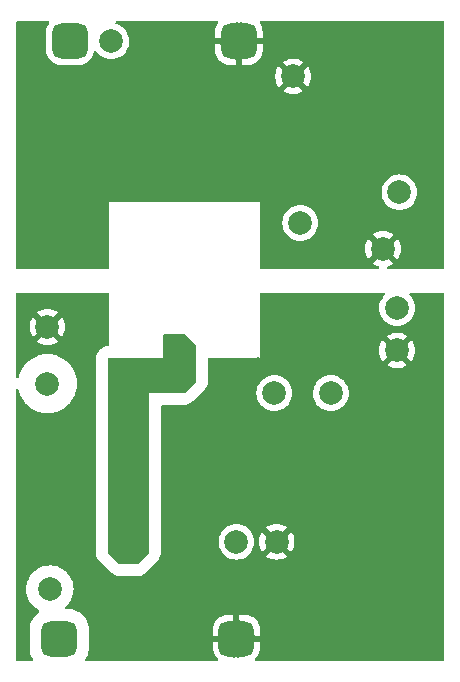
<source format=gbl>
G04 #@! TF.GenerationSoftware,KiCad,Pcbnew,6.0.1-79c1e3a40b~116~ubuntu20.04.1*
G04 #@! TF.CreationDate,2022-02-11T17:49:30+01:00*
G04 #@! TF.ProjectId,Feeder,46656564-6572-42e6-9b69-6361645f7063,rev?*
G04 #@! TF.SameCoordinates,Original*
G04 #@! TF.FileFunction,Copper,L2,Bot*
G04 #@! TF.FilePolarity,Positive*
%FSLAX46Y46*%
G04 Gerber Fmt 4.6, Leading zero omitted, Abs format (unit mm)*
G04 Created by KiCad (PCBNEW 6.0.1-79c1e3a40b~116~ubuntu20.04.1) date 2022-02-11 17:49:30*
%MOMM*%
%LPD*%
G01*
G04 APERTURE LIST*
G04 Aperture macros list*
%AMRoundRect*
0 Rectangle with rounded corners*
0 $1 Rounding radius*
0 $2 $3 $4 $5 $6 $7 $8 $9 X,Y pos of 4 corners*
0 Add a 4 corners polygon primitive as box body*
4,1,4,$2,$3,$4,$5,$6,$7,$8,$9,$2,$3,0*
0 Add four circle primitives for the rounded corners*
1,1,$1+$1,$2,$3*
1,1,$1+$1,$4,$5*
1,1,$1+$1,$6,$7*
1,1,$1+$1,$8,$9*
0 Add four rect primitives between the rounded corners*
20,1,$1+$1,$2,$3,$4,$5,0*
20,1,$1+$1,$4,$5,$6,$7,0*
20,1,$1+$1,$6,$7,$8,$9,0*
20,1,$1+$1,$8,$9,$2,$3,0*%
G04 Aperture macros list end*
G04 #@! TA.AperFunction,ComponentPad*
%ADD10C,2.000000*%
G04 #@! TD*
G04 #@! TA.AperFunction,ComponentPad*
%ADD11C,1.000000*%
G04 #@! TD*
G04 #@! TA.AperFunction,SMDPad,CuDef*
%ADD12RoundRect,0.750000X-0.750000X-0.750000X0.750000X-0.750000X0.750000X0.750000X-0.750000X0.750000X0*%
G04 #@! TD*
G04 #@! TA.AperFunction,ViaPad*
%ADD13C,0.800000*%
G04 #@! TD*
G04 APERTURE END LIST*
D10*
X56800000Y-23200000D03*
X81000000Y-49400000D03*
X79800000Y-40800000D03*
X81200000Y-36000000D03*
X81000000Y-45800000D03*
X72800000Y-38600000D03*
D11*
X52550000Y-23950000D03*
D12*
X53300000Y-23200000D03*
D11*
X52550000Y-22450000D03*
X54050000Y-22450000D03*
X54000000Y-23950000D03*
D10*
X75400000Y-53000000D03*
X67400000Y-65600000D03*
X70800000Y-65600000D03*
D12*
X52400000Y-73800000D03*
D11*
X51650000Y-73050000D03*
X51650000Y-74550000D03*
X53150000Y-73050000D03*
X53100000Y-74550000D03*
D10*
X70600000Y-53000000D03*
D11*
X68350000Y-22450000D03*
X66850000Y-23950000D03*
D12*
X67600000Y-23200000D03*
D11*
X68300000Y-23950000D03*
X66850000Y-22450000D03*
D12*
X67400000Y-73800000D03*
D11*
X66650000Y-73050000D03*
X68150000Y-73050000D03*
X68100000Y-74550000D03*
X66650000Y-74550000D03*
D10*
X51400000Y-52200000D03*
X51600000Y-69600000D03*
X72200000Y-26200000D03*
X51400000Y-47400000D03*
D13*
X69400000Y-33600000D03*
X66800000Y-33600000D03*
X68000000Y-33600000D03*
X69400000Y-35600000D03*
X61400000Y-29000000D03*
X50200000Y-25800000D03*
X50200000Y-29800000D03*
X66600000Y-69800000D03*
X68800000Y-58600000D03*
X65800000Y-70600000D03*
X69800000Y-58600000D03*
X83400000Y-55600000D03*
X83200000Y-62600000D03*
X66800000Y-58600000D03*
X64800000Y-64000000D03*
X74000000Y-63500000D03*
X81600000Y-53800000D03*
X74000000Y-48500000D03*
X81600000Y-51600000D03*
X64800000Y-62000000D03*
X73800000Y-57875011D03*
X69200000Y-51400000D03*
X83200000Y-64400000D03*
X69200000Y-50400000D03*
X76775489Y-54600000D03*
X64800000Y-63000000D03*
X78600000Y-61200000D03*
X83275489Y-61049511D03*
X65800000Y-69200000D03*
X67800000Y-58600000D03*
X83200000Y-66200000D03*
X71800000Y-47000000D03*
X62500000Y-49500000D03*
X63000000Y-48500000D03*
X57200000Y-63200000D03*
X57200000Y-64600000D03*
X63500000Y-49500000D03*
X57200000Y-61600000D03*
X76000000Y-28200000D03*
X66600000Y-29000000D03*
X64000000Y-26800000D03*
X64000000Y-31200000D03*
X80400000Y-29600000D03*
G04 #@! TA.AperFunction,Conductor*
G36*
X51499101Y-21528002D02*
G01*
X51545594Y-21581658D01*
X51555698Y-21651932D01*
X51534445Y-21705910D01*
X51497035Y-21759737D01*
X51452409Y-21823945D01*
X51358890Y-22028206D01*
X51303022Y-22245800D01*
X51302587Y-22251151D01*
X51294728Y-22347775D01*
X51291500Y-22387458D01*
X51291500Y-24012542D01*
X51291706Y-24015070D01*
X51291707Y-24015092D01*
X51296351Y-24072186D01*
X51303022Y-24154200D01*
X51358890Y-24371794D01*
X51452409Y-24576055D01*
X51580620Y-24760527D01*
X51739473Y-24919380D01*
X51923945Y-25047591D01*
X52128206Y-25141110D01*
X52133638Y-25142505D01*
X52133639Y-25142505D01*
X52338673Y-25195148D01*
X52345800Y-25196978D01*
X52399705Y-25201362D01*
X52484908Y-25208293D01*
X52484918Y-25208293D01*
X52487458Y-25208500D01*
X54112542Y-25208500D01*
X54115082Y-25208293D01*
X54115092Y-25208293D01*
X54200295Y-25201362D01*
X54254200Y-25196978D01*
X54261328Y-25195148D01*
X54466361Y-25142505D01*
X54466362Y-25142505D01*
X54471794Y-25141110D01*
X54676055Y-25047591D01*
X54860527Y-24919380D01*
X55019380Y-24760527D01*
X55147591Y-24576055D01*
X55241110Y-24371794D01*
X55296978Y-24154200D01*
X55303006Y-24080089D01*
X55328464Y-24013814D01*
X55385713Y-23971824D01*
X55456574Y-23967451D01*
X55518552Y-24002082D01*
X55536023Y-24024469D01*
X55573235Y-24085193D01*
X55573242Y-24085202D01*
X55575824Y-24089416D01*
X55730031Y-24269969D01*
X55910584Y-24424176D01*
X55914792Y-24426755D01*
X55914798Y-24426759D01*
X56108817Y-24545654D01*
X56113037Y-24548240D01*
X56117607Y-24550133D01*
X56117611Y-24550135D01*
X56327833Y-24637211D01*
X56332406Y-24639105D01*
X56412609Y-24658360D01*
X56558476Y-24693380D01*
X56558482Y-24693381D01*
X56563289Y-24694535D01*
X56800000Y-24713165D01*
X57036711Y-24694535D01*
X57041518Y-24693381D01*
X57041524Y-24693380D01*
X57187391Y-24658360D01*
X57267594Y-24639105D01*
X57272167Y-24637211D01*
X57482389Y-24550135D01*
X57482393Y-24550133D01*
X57486963Y-24548240D01*
X57491183Y-24545654D01*
X57685202Y-24426759D01*
X57685208Y-24426755D01*
X57689416Y-24424176D01*
X57869969Y-24269969D01*
X58024176Y-24089416D01*
X58026755Y-24085208D01*
X58026759Y-24085202D01*
X58072867Y-24009961D01*
X65592001Y-24009961D01*
X65592209Y-24015071D01*
X65603082Y-24148767D01*
X65604852Y-24159320D01*
X65657967Y-24366185D01*
X65661701Y-24376731D01*
X65750510Y-24570705D01*
X65756046Y-24580412D01*
X65877803Y-24755597D01*
X65884976Y-24764176D01*
X66035824Y-24915024D01*
X66044403Y-24922197D01*
X66219588Y-25043954D01*
X66229295Y-25049490D01*
X66423269Y-25138299D01*
X66433815Y-25142033D01*
X66640679Y-25195147D01*
X66651234Y-25196918D01*
X66784930Y-25207793D01*
X66790036Y-25208000D01*
X67327885Y-25208000D01*
X67343124Y-25203525D01*
X67344329Y-25202135D01*
X67346000Y-25194452D01*
X67346000Y-25189884D01*
X67854000Y-25189884D01*
X67858475Y-25205123D01*
X67859865Y-25206328D01*
X67867548Y-25207999D01*
X68409961Y-25207999D01*
X68415071Y-25207791D01*
X68548767Y-25196918D01*
X68559320Y-25195148D01*
X68766185Y-25142033D01*
X68776731Y-25138299D01*
X68970705Y-25049490D01*
X68980412Y-25043954D01*
X69089854Y-24967890D01*
X71332093Y-24967890D01*
X71335876Y-24976666D01*
X72187188Y-25827978D01*
X72201132Y-25835592D01*
X72202965Y-25835461D01*
X72209580Y-25831210D01*
X73061080Y-24979710D01*
X73067840Y-24967330D01*
X73062113Y-24959680D01*
X72890958Y-24854795D01*
X72882163Y-24850313D01*
X72672012Y-24763266D01*
X72662627Y-24760217D01*
X72441446Y-24707115D01*
X72431699Y-24705572D01*
X72204930Y-24687725D01*
X72195070Y-24687725D01*
X71968301Y-24705572D01*
X71958554Y-24707115D01*
X71737373Y-24760217D01*
X71727988Y-24763266D01*
X71517837Y-24850313D01*
X71509042Y-24854795D01*
X71341555Y-24957432D01*
X71332093Y-24967890D01*
X69089854Y-24967890D01*
X69155597Y-24922197D01*
X69164176Y-24915024D01*
X69315024Y-24764176D01*
X69322197Y-24755597D01*
X69443954Y-24580412D01*
X69449490Y-24570705D01*
X69538299Y-24376731D01*
X69542033Y-24366185D01*
X69595147Y-24159321D01*
X69596918Y-24148766D01*
X69607793Y-24015070D01*
X69608000Y-24009964D01*
X69608000Y-23472115D01*
X69603525Y-23456876D01*
X69602135Y-23455671D01*
X69594452Y-23454000D01*
X69173325Y-23454000D01*
X69147680Y-23461530D01*
X67866812Y-24742398D01*
X67854000Y-24765860D01*
X67854000Y-25189884D01*
X67346000Y-25189884D01*
X67346000Y-24823325D01*
X67338470Y-24797680D01*
X66491922Y-23951132D01*
X67214408Y-23951132D01*
X67214539Y-23952965D01*
X67218790Y-23959580D01*
X67333188Y-24073978D01*
X67343277Y-24079487D01*
X67346000Y-24072186D01*
X67346000Y-24018675D01*
X67854000Y-24018675D01*
X67857237Y-24029700D01*
X67864328Y-24026462D01*
X67927978Y-23962812D01*
X67935592Y-23948868D01*
X67935461Y-23947035D01*
X67931210Y-23940420D01*
X67866812Y-23876022D01*
X67856723Y-23870513D01*
X67854000Y-23877814D01*
X67854000Y-24018675D01*
X67346000Y-24018675D01*
X67346000Y-23831325D01*
X67342763Y-23820300D01*
X67335672Y-23823538D01*
X67222022Y-23937188D01*
X67214408Y-23951132D01*
X66491922Y-23951132D01*
X66007602Y-23466812D01*
X65990068Y-23457237D01*
X66720300Y-23457237D01*
X66723538Y-23464328D01*
X66837188Y-23577978D01*
X66851132Y-23585592D01*
X66852965Y-23585461D01*
X66859580Y-23581210D01*
X66973978Y-23466812D01*
X66979206Y-23457237D01*
X68170300Y-23457237D01*
X68173538Y-23464328D01*
X68287188Y-23577978D01*
X68301132Y-23585592D01*
X68302965Y-23585461D01*
X68309580Y-23581210D01*
X68423978Y-23466812D01*
X68429487Y-23456723D01*
X68422186Y-23454000D01*
X68181325Y-23454000D01*
X68170300Y-23457237D01*
X66979206Y-23457237D01*
X66979487Y-23456723D01*
X66972186Y-23454000D01*
X66731325Y-23454000D01*
X66720300Y-23457237D01*
X65990068Y-23457237D01*
X65984140Y-23454000D01*
X65610116Y-23454000D01*
X65594877Y-23458475D01*
X65593672Y-23459865D01*
X65592001Y-23467548D01*
X65592001Y-24009961D01*
X58072867Y-24009961D01*
X58145654Y-23891183D01*
X58148240Y-23886963D01*
X58174512Y-23823538D01*
X58237211Y-23672167D01*
X58237212Y-23672165D01*
X58239105Y-23667594D01*
X58260620Y-23577978D01*
X58293380Y-23441524D01*
X58293381Y-23441518D01*
X58294535Y-23436711D01*
X58313165Y-23200000D01*
X58294535Y-22963289D01*
X58290385Y-22946000D01*
X58240260Y-22737218D01*
X58239105Y-22732406D01*
X58148240Y-22513037D01*
X58117462Y-22462812D01*
X58026759Y-22314798D01*
X58026755Y-22314792D01*
X58024176Y-22310584D01*
X57869969Y-22130031D01*
X57689416Y-21975824D01*
X57685208Y-21973245D01*
X57685202Y-21973241D01*
X57491183Y-21854346D01*
X57486963Y-21851760D01*
X57482393Y-21849867D01*
X57482389Y-21849865D01*
X57272167Y-21762789D01*
X57272165Y-21762788D01*
X57267594Y-21760895D01*
X57262780Y-21759739D01*
X57262773Y-21759737D01*
X57249366Y-21756518D01*
X57187797Y-21721166D01*
X57155115Y-21658140D01*
X57161696Y-21587449D01*
X57205450Y-21531537D01*
X57278781Y-21508000D01*
X65731589Y-21508000D01*
X65799710Y-21528002D01*
X65846203Y-21581658D01*
X65856307Y-21651932D01*
X65835054Y-21705910D01*
X65756046Y-21819588D01*
X65750510Y-21829295D01*
X65661701Y-22023269D01*
X65657967Y-22033815D01*
X65604853Y-22240679D01*
X65603082Y-22251234D01*
X65592207Y-22384930D01*
X65592000Y-22390036D01*
X65592000Y-22927885D01*
X65596475Y-22943124D01*
X65597865Y-22944329D01*
X65605548Y-22946000D01*
X65976675Y-22946000D01*
X65985949Y-22943277D01*
X66720513Y-22943277D01*
X66727814Y-22946000D01*
X66968675Y-22946000D01*
X66977949Y-22943277D01*
X68220513Y-22943277D01*
X68227814Y-22946000D01*
X68468675Y-22946000D01*
X68479700Y-22942763D01*
X68476462Y-22935672D01*
X68362812Y-22822022D01*
X68348868Y-22814408D01*
X68347035Y-22814539D01*
X68340420Y-22818790D01*
X68226022Y-22933188D01*
X68220513Y-22943277D01*
X66977949Y-22943277D01*
X66979700Y-22942763D01*
X66976462Y-22935672D01*
X66862812Y-22822022D01*
X66848868Y-22814408D01*
X66847035Y-22814539D01*
X66840420Y-22818790D01*
X66726022Y-22933188D01*
X66720513Y-22943277D01*
X65985949Y-22943277D01*
X66002320Y-22938470D01*
X66489658Y-22451132D01*
X67214408Y-22451132D01*
X67214539Y-22452965D01*
X67218790Y-22459580D01*
X67587188Y-22827978D01*
X67601132Y-22835592D01*
X67602965Y-22835461D01*
X67609580Y-22831210D01*
X67977978Y-22462812D01*
X67985592Y-22448868D01*
X67985461Y-22447035D01*
X67981210Y-22440420D01*
X67612812Y-22072022D01*
X67598868Y-22064408D01*
X67597035Y-22064539D01*
X67590420Y-22068790D01*
X67222022Y-22437188D01*
X67214408Y-22451132D01*
X66489658Y-22451132D01*
X67322348Y-21618442D01*
X67384660Y-21584416D01*
X67455475Y-21589481D01*
X67500538Y-21618442D01*
X67587188Y-21705092D01*
X67601132Y-21712706D01*
X67602965Y-21712575D01*
X67609580Y-21708324D01*
X67699462Y-21618442D01*
X67761774Y-21584416D01*
X67832589Y-21589481D01*
X67877652Y-21618442D01*
X69192398Y-22933188D01*
X69215860Y-22946000D01*
X69589884Y-22946000D01*
X69605123Y-22941525D01*
X69606328Y-22940135D01*
X69607999Y-22932452D01*
X69607999Y-22390039D01*
X69607791Y-22384929D01*
X69596918Y-22251233D01*
X69595148Y-22240680D01*
X69542033Y-22033815D01*
X69538299Y-22023269D01*
X69449490Y-21829295D01*
X69443954Y-21819588D01*
X69364946Y-21705910D01*
X69342493Y-21638557D01*
X69360019Y-21569757D01*
X69411958Y-21521354D01*
X69468411Y-21508000D01*
X84866000Y-21508000D01*
X84934121Y-21528002D01*
X84980614Y-21581658D01*
X84992000Y-21634000D01*
X84992000Y-42374000D01*
X84971998Y-42442121D01*
X84918342Y-42488614D01*
X84866000Y-42500000D01*
X80243317Y-42500000D01*
X80175196Y-42479998D01*
X80128703Y-42426342D01*
X80118599Y-42356068D01*
X80148093Y-42291488D01*
X80213903Y-42251481D01*
X80262627Y-42239783D01*
X80272012Y-42236734D01*
X80482163Y-42149687D01*
X80490958Y-42145205D01*
X80658445Y-42042568D01*
X80667907Y-42032110D01*
X80664124Y-42023334D01*
X79812812Y-41172022D01*
X79798868Y-41164408D01*
X79797035Y-41164539D01*
X79790420Y-41168790D01*
X78938920Y-42020290D01*
X78932160Y-42032670D01*
X78937887Y-42040320D01*
X79109042Y-42145205D01*
X79117837Y-42149687D01*
X79327988Y-42236734D01*
X79337373Y-42239783D01*
X79386097Y-42251481D01*
X79447667Y-42286833D01*
X79480349Y-42349860D01*
X79473768Y-42420551D01*
X79430014Y-42476463D01*
X79356683Y-42500000D01*
X69526000Y-42500000D01*
X69457879Y-42479998D01*
X69411386Y-42426342D01*
X69400000Y-42374000D01*
X69400000Y-40804930D01*
X78287725Y-40804930D01*
X78305572Y-41031699D01*
X78307115Y-41041446D01*
X78360217Y-41262627D01*
X78363266Y-41272012D01*
X78450313Y-41482163D01*
X78454795Y-41490958D01*
X78557432Y-41658445D01*
X78567890Y-41667907D01*
X78576666Y-41664124D01*
X79427978Y-40812812D01*
X79434356Y-40801132D01*
X80164408Y-40801132D01*
X80164539Y-40802965D01*
X80168790Y-40809580D01*
X81020290Y-41661080D01*
X81032670Y-41667840D01*
X81040320Y-41662113D01*
X81145205Y-41490958D01*
X81149687Y-41482163D01*
X81236734Y-41272012D01*
X81239783Y-41262627D01*
X81292885Y-41041446D01*
X81294428Y-41031699D01*
X81312275Y-40804930D01*
X81312275Y-40795070D01*
X81294428Y-40568301D01*
X81292885Y-40558554D01*
X81239783Y-40337373D01*
X81236734Y-40327988D01*
X81149687Y-40117837D01*
X81145205Y-40109042D01*
X81042568Y-39941555D01*
X81032110Y-39932093D01*
X81023334Y-39935876D01*
X80172022Y-40787188D01*
X80164408Y-40801132D01*
X79434356Y-40801132D01*
X79435592Y-40798868D01*
X79435461Y-40797035D01*
X79431210Y-40790420D01*
X78579710Y-39938920D01*
X78567330Y-39932160D01*
X78559680Y-39937887D01*
X78454795Y-40109042D01*
X78450313Y-40117837D01*
X78363266Y-40327988D01*
X78360217Y-40337373D01*
X78307115Y-40558554D01*
X78305572Y-40568301D01*
X78287725Y-40795070D01*
X78287725Y-40804930D01*
X69400000Y-40804930D01*
X69400000Y-38600000D01*
X71286835Y-38600000D01*
X71305465Y-38836711D01*
X71360895Y-39067594D01*
X71451760Y-39286963D01*
X71454346Y-39291183D01*
X71573241Y-39485202D01*
X71573245Y-39485208D01*
X71575824Y-39489416D01*
X71730031Y-39669969D01*
X71910584Y-39824176D01*
X71914792Y-39826755D01*
X71914798Y-39826759D01*
X72097828Y-39938920D01*
X72113037Y-39948240D01*
X72117607Y-39950133D01*
X72117611Y-39950135D01*
X72327833Y-40037211D01*
X72332406Y-40039105D01*
X72412609Y-40058360D01*
X72558476Y-40093380D01*
X72558482Y-40093381D01*
X72563289Y-40094535D01*
X72800000Y-40113165D01*
X73036711Y-40094535D01*
X73041518Y-40093381D01*
X73041524Y-40093380D01*
X73187391Y-40058360D01*
X73267594Y-40039105D01*
X73272167Y-40037211D01*
X73482389Y-39950135D01*
X73482393Y-39950133D01*
X73486963Y-39948240D01*
X73502172Y-39938920D01*
X73685202Y-39826759D01*
X73685208Y-39826755D01*
X73689416Y-39824176D01*
X73869969Y-39669969D01*
X73957153Y-39567890D01*
X78932093Y-39567890D01*
X78935876Y-39576666D01*
X79787188Y-40427978D01*
X79801132Y-40435592D01*
X79802965Y-40435461D01*
X79809580Y-40431210D01*
X80661080Y-39579710D01*
X80667840Y-39567330D01*
X80662113Y-39559680D01*
X80490958Y-39454795D01*
X80482163Y-39450313D01*
X80272012Y-39363266D01*
X80262627Y-39360217D01*
X80041446Y-39307115D01*
X80031699Y-39305572D01*
X79804930Y-39287725D01*
X79795070Y-39287725D01*
X79568301Y-39305572D01*
X79558554Y-39307115D01*
X79337373Y-39360217D01*
X79327988Y-39363266D01*
X79117837Y-39450313D01*
X79109042Y-39454795D01*
X78941555Y-39557432D01*
X78932093Y-39567890D01*
X73957153Y-39567890D01*
X74024176Y-39489416D01*
X74026755Y-39485208D01*
X74026759Y-39485202D01*
X74145654Y-39291183D01*
X74148240Y-39286963D01*
X74239105Y-39067594D01*
X74294535Y-38836711D01*
X74313165Y-38600000D01*
X74294535Y-38363289D01*
X74239105Y-38132406D01*
X74148240Y-37913037D01*
X74145654Y-37908817D01*
X74026759Y-37714798D01*
X74026755Y-37714792D01*
X74024176Y-37710584D01*
X73869969Y-37530031D01*
X73689416Y-37375824D01*
X73685208Y-37373245D01*
X73685202Y-37373241D01*
X73491183Y-37254346D01*
X73486963Y-37251760D01*
X73482393Y-37249867D01*
X73482389Y-37249865D01*
X73272167Y-37162789D01*
X73272165Y-37162788D01*
X73267594Y-37160895D01*
X73187391Y-37141640D01*
X73041524Y-37106620D01*
X73041518Y-37106619D01*
X73036711Y-37105465D01*
X72800000Y-37086835D01*
X72563289Y-37105465D01*
X72558482Y-37106619D01*
X72558476Y-37106620D01*
X72412609Y-37141640D01*
X72332406Y-37160895D01*
X72327835Y-37162788D01*
X72327833Y-37162789D01*
X72117611Y-37249865D01*
X72117607Y-37249867D01*
X72113037Y-37251760D01*
X72108817Y-37254346D01*
X71914798Y-37373241D01*
X71914792Y-37373245D01*
X71910584Y-37375824D01*
X71730031Y-37530031D01*
X71575824Y-37710584D01*
X71573245Y-37714792D01*
X71573241Y-37714798D01*
X71454346Y-37908817D01*
X71451760Y-37913037D01*
X71360895Y-38132406D01*
X71305465Y-38363289D01*
X71286835Y-38600000D01*
X69400000Y-38600000D01*
X69400000Y-36800000D01*
X56600000Y-36800000D01*
X56600000Y-42374000D01*
X56579998Y-42442121D01*
X56526342Y-42488614D01*
X56474000Y-42500000D01*
X48834000Y-42500000D01*
X48765879Y-42479998D01*
X48719386Y-42426342D01*
X48708000Y-42374000D01*
X48708000Y-36000000D01*
X79686835Y-36000000D01*
X79705465Y-36236711D01*
X79760895Y-36467594D01*
X79851760Y-36686963D01*
X79854346Y-36691183D01*
X79973241Y-36885202D01*
X79973245Y-36885208D01*
X79975824Y-36889416D01*
X80130031Y-37069969D01*
X80310584Y-37224176D01*
X80314792Y-37226755D01*
X80314798Y-37226759D01*
X80508817Y-37345654D01*
X80513037Y-37348240D01*
X80517607Y-37350133D01*
X80517611Y-37350135D01*
X80727833Y-37437211D01*
X80732406Y-37439105D01*
X80812609Y-37458360D01*
X80958476Y-37493380D01*
X80958482Y-37493381D01*
X80963289Y-37494535D01*
X81200000Y-37513165D01*
X81436711Y-37494535D01*
X81441518Y-37493381D01*
X81441524Y-37493380D01*
X81587391Y-37458360D01*
X81667594Y-37439105D01*
X81672167Y-37437211D01*
X81882389Y-37350135D01*
X81882393Y-37350133D01*
X81886963Y-37348240D01*
X81891183Y-37345654D01*
X82085202Y-37226759D01*
X82085208Y-37226755D01*
X82089416Y-37224176D01*
X82269969Y-37069969D01*
X82424176Y-36889416D01*
X82426755Y-36885208D01*
X82426759Y-36885202D01*
X82545654Y-36691183D01*
X82548240Y-36686963D01*
X82639105Y-36467594D01*
X82694535Y-36236711D01*
X82713165Y-36000000D01*
X82694535Y-35763289D01*
X82639105Y-35532406D01*
X82548240Y-35313037D01*
X82545654Y-35308817D01*
X82426759Y-35114798D01*
X82426755Y-35114792D01*
X82424176Y-35110584D01*
X82269969Y-34930031D01*
X82089416Y-34775824D01*
X82085208Y-34773245D01*
X82085202Y-34773241D01*
X81891183Y-34654346D01*
X81886963Y-34651760D01*
X81882393Y-34649867D01*
X81882389Y-34649865D01*
X81672167Y-34562789D01*
X81672165Y-34562788D01*
X81667594Y-34560895D01*
X81587391Y-34541640D01*
X81441524Y-34506620D01*
X81441518Y-34506619D01*
X81436711Y-34505465D01*
X81200000Y-34486835D01*
X80963289Y-34505465D01*
X80958482Y-34506619D01*
X80958476Y-34506620D01*
X80812609Y-34541640D01*
X80732406Y-34560895D01*
X80727835Y-34562788D01*
X80727833Y-34562789D01*
X80517611Y-34649865D01*
X80517607Y-34649867D01*
X80513037Y-34651760D01*
X80508817Y-34654346D01*
X80314798Y-34773241D01*
X80314792Y-34773245D01*
X80310584Y-34775824D01*
X80130031Y-34930031D01*
X79975824Y-35110584D01*
X79973245Y-35114792D01*
X79973241Y-35114798D01*
X79854346Y-35308817D01*
X79851760Y-35313037D01*
X79760895Y-35532406D01*
X79705465Y-35763289D01*
X79686835Y-36000000D01*
X48708000Y-36000000D01*
X48708000Y-27432670D01*
X71332160Y-27432670D01*
X71337887Y-27440320D01*
X71509042Y-27545205D01*
X71517837Y-27549687D01*
X71727988Y-27636734D01*
X71737373Y-27639783D01*
X71958554Y-27692885D01*
X71968301Y-27694428D01*
X72195070Y-27712275D01*
X72204930Y-27712275D01*
X72431699Y-27694428D01*
X72441446Y-27692885D01*
X72662627Y-27639783D01*
X72672012Y-27636734D01*
X72882163Y-27549687D01*
X72890958Y-27545205D01*
X73058445Y-27442568D01*
X73067907Y-27432110D01*
X73064124Y-27423334D01*
X72212812Y-26572022D01*
X72198868Y-26564408D01*
X72197035Y-26564539D01*
X72190420Y-26568790D01*
X71338920Y-27420290D01*
X71332160Y-27432670D01*
X48708000Y-27432670D01*
X48708000Y-26204930D01*
X70687725Y-26204930D01*
X70705572Y-26431699D01*
X70707115Y-26441446D01*
X70760217Y-26662627D01*
X70763266Y-26672012D01*
X70850313Y-26882163D01*
X70854795Y-26890958D01*
X70957432Y-27058445D01*
X70967890Y-27067907D01*
X70976666Y-27064124D01*
X71827978Y-26212812D01*
X71834356Y-26201132D01*
X72564408Y-26201132D01*
X72564539Y-26202965D01*
X72568790Y-26209580D01*
X73420290Y-27061080D01*
X73432670Y-27067840D01*
X73440320Y-27062113D01*
X73545205Y-26890958D01*
X73549687Y-26882163D01*
X73636734Y-26672012D01*
X73639783Y-26662627D01*
X73692885Y-26441446D01*
X73694428Y-26431699D01*
X73712275Y-26204930D01*
X73712275Y-26195070D01*
X73694428Y-25968301D01*
X73692885Y-25958554D01*
X73639783Y-25737373D01*
X73636734Y-25727988D01*
X73549687Y-25517837D01*
X73545205Y-25509042D01*
X73442568Y-25341555D01*
X73432110Y-25332093D01*
X73423334Y-25335876D01*
X72572022Y-26187188D01*
X72564408Y-26201132D01*
X71834356Y-26201132D01*
X71835592Y-26198868D01*
X71835461Y-26197035D01*
X71831210Y-26190420D01*
X70979710Y-25338920D01*
X70967330Y-25332160D01*
X70959680Y-25337887D01*
X70854795Y-25509042D01*
X70850313Y-25517837D01*
X70763266Y-25727988D01*
X70760217Y-25737373D01*
X70707115Y-25958554D01*
X70705572Y-25968301D01*
X70687725Y-26195070D01*
X70687725Y-26204930D01*
X48708000Y-26204930D01*
X48708000Y-21634000D01*
X48728002Y-21565879D01*
X48781658Y-21519386D01*
X48834000Y-21508000D01*
X51430980Y-21508000D01*
X51499101Y-21528002D01*
G37*
G04 #@! TD.AperFunction*
G04 #@! TA.AperFunction,Conductor*
G36*
X56542121Y-44520002D02*
G01*
X56588614Y-44573658D01*
X56600000Y-44626000D01*
X56600000Y-48889615D01*
X56579998Y-48957736D01*
X56526342Y-49004229D01*
X56487469Y-49014893D01*
X56450944Y-49018820D01*
X56413440Y-49022852D01*
X56410156Y-49023566D01*
X56410152Y-49023567D01*
X56362527Y-49033927D01*
X56362521Y-49033928D01*
X56361098Y-49034238D01*
X56269905Y-49058635D01*
X56265616Y-49060499D01*
X56265613Y-49060500D01*
X56195411Y-49091010D01*
X56084335Y-49139283D01*
X55918799Y-49255635D01*
X55865143Y-49302128D01*
X55749370Y-49420598D01*
X55636861Y-49588771D01*
X55634450Y-49594688D01*
X55561713Y-49773192D01*
X55561710Y-49773201D01*
X55560509Y-49776148D01*
X55559609Y-49779212D01*
X55559609Y-49779213D01*
X55548033Y-49818639D01*
X55540507Y-49844269D01*
X55520470Y-49924701D01*
X55519432Y-49934909D01*
X55503975Y-50086915D01*
X55500000Y-50126000D01*
X55500000Y-66447810D01*
X55505728Y-66554688D01*
X55508607Y-66581471D01*
X55546698Y-66767369D01*
X55625206Y-66953854D01*
X55659232Y-67016166D01*
X55701933Y-67087198D01*
X55829798Y-67244012D01*
X56755988Y-68170202D01*
X56835602Y-68241717D01*
X56836908Y-68242770D01*
X56836918Y-68242778D01*
X56842311Y-68247124D01*
X56856576Y-68258620D01*
X57014961Y-68363139D01*
X57039824Y-68373270D01*
X57199382Y-68438287D01*
X57199391Y-68438290D01*
X57202338Y-68439491D01*
X57205402Y-68440391D01*
X57205403Y-68440391D01*
X57269215Y-68459128D01*
X57269227Y-68459131D01*
X57270459Y-68459493D01*
X57350891Y-68479530D01*
X57450924Y-68489702D01*
X57549011Y-68499677D01*
X57549016Y-68499677D01*
X57552190Y-68500000D01*
X58947810Y-68500000D01*
X59014268Y-68496438D01*
X59052994Y-68494363D01*
X59053002Y-68494362D01*
X59054688Y-68494272D01*
X59062335Y-68493450D01*
X59078487Y-68491714D01*
X59078492Y-68491713D01*
X59081471Y-68491393D01*
X59267369Y-68453302D01*
X59453854Y-68374794D01*
X59488708Y-68355761D01*
X59515035Y-68341386D01*
X59515050Y-68341377D01*
X59516166Y-68340768D01*
X59582233Y-68301052D01*
X59583346Y-68300383D01*
X59583350Y-68300380D01*
X59587198Y-68298067D01*
X59744012Y-68170202D01*
X60670202Y-67244012D01*
X60741717Y-67164398D01*
X60758620Y-67143424D01*
X60842598Y-67016166D01*
X60859726Y-66990211D01*
X60863139Y-66985039D01*
X60925226Y-66832670D01*
X60938287Y-66800618D01*
X60938290Y-66800609D01*
X60939491Y-66797662D01*
X60959493Y-66729541D01*
X60979530Y-66649109D01*
X60996198Y-66485202D01*
X60999677Y-66450989D01*
X60999677Y-66450984D01*
X61000000Y-66447810D01*
X61000000Y-65600000D01*
X65886835Y-65600000D01*
X65905465Y-65836711D01*
X65960895Y-66067594D01*
X65962788Y-66072165D01*
X65962789Y-66072167D01*
X66049772Y-66282163D01*
X66051760Y-66286963D01*
X66054346Y-66291183D01*
X66173241Y-66485202D01*
X66173245Y-66485208D01*
X66175824Y-66489416D01*
X66330031Y-66669969D01*
X66510584Y-66824176D01*
X66514792Y-66826755D01*
X66514798Y-66826759D01*
X66708084Y-66945205D01*
X66713037Y-66948240D01*
X66717607Y-66950133D01*
X66717611Y-66950135D01*
X66927833Y-67037211D01*
X66932406Y-67039105D01*
X67012609Y-67058360D01*
X67158476Y-67093380D01*
X67158482Y-67093381D01*
X67163289Y-67094535D01*
X67400000Y-67113165D01*
X67636711Y-67094535D01*
X67641518Y-67093381D01*
X67641524Y-67093380D01*
X67787391Y-67058360D01*
X67867594Y-67039105D01*
X67872167Y-67037211D01*
X68082389Y-66950135D01*
X68082393Y-66950133D01*
X68086963Y-66948240D01*
X68091916Y-66945205D01*
X68275556Y-66832670D01*
X69932160Y-66832670D01*
X69937887Y-66840320D01*
X70109042Y-66945205D01*
X70117837Y-66949687D01*
X70327988Y-67036734D01*
X70337373Y-67039783D01*
X70558554Y-67092885D01*
X70568301Y-67094428D01*
X70795070Y-67112275D01*
X70804930Y-67112275D01*
X71031699Y-67094428D01*
X71041446Y-67092885D01*
X71262627Y-67039783D01*
X71272012Y-67036734D01*
X71482163Y-66949687D01*
X71490958Y-66945205D01*
X71658445Y-66842568D01*
X71667907Y-66832110D01*
X71664124Y-66823334D01*
X70812812Y-65972022D01*
X70798868Y-65964408D01*
X70797035Y-65964539D01*
X70790420Y-65968790D01*
X69938920Y-66820290D01*
X69932160Y-66832670D01*
X68275556Y-66832670D01*
X68285202Y-66826759D01*
X68285208Y-66826755D01*
X68289416Y-66824176D01*
X68469969Y-66669969D01*
X68624176Y-66489416D01*
X68626755Y-66485208D01*
X68626759Y-66485202D01*
X68745654Y-66291183D01*
X68748240Y-66286963D01*
X68750229Y-66282163D01*
X68837211Y-66072167D01*
X68837212Y-66072165D01*
X68839105Y-66067594D01*
X68894535Y-65836711D01*
X68912777Y-65604930D01*
X69287725Y-65604930D01*
X69305572Y-65831699D01*
X69307115Y-65841446D01*
X69360217Y-66062627D01*
X69363266Y-66072012D01*
X69450313Y-66282163D01*
X69454795Y-66290958D01*
X69557432Y-66458445D01*
X69567890Y-66467907D01*
X69576666Y-66464124D01*
X70427978Y-65612812D01*
X70434356Y-65601132D01*
X71164408Y-65601132D01*
X71164539Y-65602965D01*
X71168790Y-65609580D01*
X72020290Y-66461080D01*
X72032670Y-66467840D01*
X72040320Y-66462113D01*
X72145205Y-66290958D01*
X72149687Y-66282163D01*
X72236734Y-66072012D01*
X72239783Y-66062627D01*
X72292885Y-65841446D01*
X72294428Y-65831699D01*
X72312275Y-65604930D01*
X72312275Y-65595070D01*
X72294428Y-65368301D01*
X72292885Y-65358554D01*
X72239783Y-65137373D01*
X72236734Y-65127988D01*
X72149687Y-64917837D01*
X72145205Y-64909042D01*
X72042568Y-64741555D01*
X72032110Y-64732093D01*
X72023334Y-64735876D01*
X71172022Y-65587188D01*
X71164408Y-65601132D01*
X70434356Y-65601132D01*
X70435592Y-65598868D01*
X70435461Y-65597035D01*
X70431210Y-65590420D01*
X69579710Y-64738920D01*
X69567330Y-64732160D01*
X69559680Y-64737887D01*
X69454795Y-64909042D01*
X69450313Y-64917837D01*
X69363266Y-65127988D01*
X69360217Y-65137373D01*
X69307115Y-65358554D01*
X69305572Y-65368301D01*
X69287725Y-65595070D01*
X69287725Y-65604930D01*
X68912777Y-65604930D01*
X68913165Y-65600000D01*
X68894535Y-65363289D01*
X68839105Y-65132406D01*
X68837211Y-65127833D01*
X68750135Y-64917611D01*
X68750133Y-64917607D01*
X68748240Y-64913037D01*
X68745654Y-64908817D01*
X68626759Y-64714798D01*
X68626755Y-64714792D01*
X68624176Y-64710584D01*
X68469969Y-64530031D01*
X68289416Y-64375824D01*
X68285208Y-64373245D01*
X68285202Y-64373241D01*
X68276470Y-64367890D01*
X69932093Y-64367890D01*
X69935876Y-64376666D01*
X70787188Y-65227978D01*
X70801132Y-65235592D01*
X70802965Y-65235461D01*
X70809580Y-65231210D01*
X71661080Y-64379710D01*
X71667840Y-64367330D01*
X71662113Y-64359680D01*
X71490958Y-64254795D01*
X71482163Y-64250313D01*
X71272012Y-64163266D01*
X71262627Y-64160217D01*
X71041446Y-64107115D01*
X71031699Y-64105572D01*
X70804930Y-64087725D01*
X70795070Y-64087725D01*
X70568301Y-64105572D01*
X70558554Y-64107115D01*
X70337373Y-64160217D01*
X70327988Y-64163266D01*
X70117837Y-64250313D01*
X70109042Y-64254795D01*
X69941555Y-64357432D01*
X69932093Y-64367890D01*
X68276470Y-64367890D01*
X68091183Y-64254346D01*
X68086963Y-64251760D01*
X68082393Y-64249867D01*
X68082389Y-64249865D01*
X67872167Y-64162789D01*
X67872165Y-64162788D01*
X67867594Y-64160895D01*
X67787391Y-64141640D01*
X67641524Y-64106620D01*
X67641518Y-64106619D01*
X67636711Y-64105465D01*
X67400000Y-64086835D01*
X67163289Y-64105465D01*
X67158482Y-64106619D01*
X67158476Y-64106620D01*
X67012609Y-64141640D01*
X66932406Y-64160895D01*
X66927835Y-64162788D01*
X66927833Y-64162789D01*
X66717611Y-64249865D01*
X66717607Y-64249867D01*
X66713037Y-64251760D01*
X66708817Y-64254346D01*
X66514798Y-64373241D01*
X66514792Y-64373245D01*
X66510584Y-64375824D01*
X66330031Y-64530031D01*
X66175824Y-64710584D01*
X66173245Y-64714792D01*
X66173241Y-64714798D01*
X66054346Y-64908817D01*
X66051760Y-64913037D01*
X66049867Y-64917607D01*
X66049865Y-64917611D01*
X65962789Y-65127833D01*
X65960895Y-65132406D01*
X65905465Y-65363289D01*
X65886835Y-65600000D01*
X61000000Y-65600000D01*
X61000000Y-54126000D01*
X61020002Y-54057879D01*
X61073658Y-54011386D01*
X61126000Y-54000000D01*
X62947810Y-54000000D01*
X63014268Y-53996438D01*
X63052994Y-53994363D01*
X63053002Y-53994362D01*
X63054688Y-53994272D01*
X63062335Y-53993450D01*
X63078487Y-53991714D01*
X63078492Y-53991713D01*
X63081471Y-53991393D01*
X63267369Y-53953302D01*
X63453854Y-53874794D01*
X63488708Y-53855761D01*
X63515035Y-53841386D01*
X63515050Y-53841377D01*
X63516166Y-53840768D01*
X63517279Y-53840099D01*
X63583346Y-53800383D01*
X63583350Y-53800380D01*
X63587198Y-53798067D01*
X63744012Y-53670202D01*
X64414214Y-53000000D01*
X69086835Y-53000000D01*
X69105465Y-53236711D01*
X69160895Y-53467594D01*
X69162788Y-53472165D01*
X69162789Y-53472167D01*
X69245837Y-53672663D01*
X69251760Y-53686963D01*
X69254346Y-53691183D01*
X69373241Y-53885202D01*
X69373245Y-53885208D01*
X69375824Y-53889416D01*
X69530031Y-54069969D01*
X69710584Y-54224176D01*
X69714792Y-54226755D01*
X69714798Y-54226759D01*
X69908817Y-54345654D01*
X69913037Y-54348240D01*
X69917607Y-54350133D01*
X69917611Y-54350135D01*
X70127833Y-54437211D01*
X70132406Y-54439105D01*
X70212609Y-54458360D01*
X70358476Y-54493380D01*
X70358482Y-54493381D01*
X70363289Y-54494535D01*
X70600000Y-54513165D01*
X70836711Y-54494535D01*
X70841518Y-54493381D01*
X70841524Y-54493380D01*
X70987391Y-54458360D01*
X71067594Y-54439105D01*
X71072167Y-54437211D01*
X71282389Y-54350135D01*
X71282393Y-54350133D01*
X71286963Y-54348240D01*
X71291183Y-54345654D01*
X71485202Y-54226759D01*
X71485208Y-54226755D01*
X71489416Y-54224176D01*
X71669969Y-54069969D01*
X71824176Y-53889416D01*
X71826755Y-53885208D01*
X71826759Y-53885202D01*
X71945654Y-53691183D01*
X71948240Y-53686963D01*
X71954164Y-53672663D01*
X72037211Y-53472167D01*
X72037212Y-53472165D01*
X72039105Y-53467594D01*
X72094535Y-53236711D01*
X72113165Y-53000000D01*
X73886835Y-53000000D01*
X73905465Y-53236711D01*
X73960895Y-53467594D01*
X73962788Y-53472165D01*
X73962789Y-53472167D01*
X74045837Y-53672663D01*
X74051760Y-53686963D01*
X74054346Y-53691183D01*
X74173241Y-53885202D01*
X74173245Y-53885208D01*
X74175824Y-53889416D01*
X74330031Y-54069969D01*
X74510584Y-54224176D01*
X74514792Y-54226755D01*
X74514798Y-54226759D01*
X74708817Y-54345654D01*
X74713037Y-54348240D01*
X74717607Y-54350133D01*
X74717611Y-54350135D01*
X74927833Y-54437211D01*
X74932406Y-54439105D01*
X75012609Y-54458360D01*
X75158476Y-54493380D01*
X75158482Y-54493381D01*
X75163289Y-54494535D01*
X75400000Y-54513165D01*
X75636711Y-54494535D01*
X75641518Y-54493381D01*
X75641524Y-54493380D01*
X75787391Y-54458360D01*
X75867594Y-54439105D01*
X75872167Y-54437211D01*
X76082389Y-54350135D01*
X76082393Y-54350133D01*
X76086963Y-54348240D01*
X76091183Y-54345654D01*
X76285202Y-54226759D01*
X76285208Y-54226755D01*
X76289416Y-54224176D01*
X76469969Y-54069969D01*
X76624176Y-53889416D01*
X76626755Y-53885208D01*
X76626759Y-53885202D01*
X76745654Y-53691183D01*
X76748240Y-53686963D01*
X76754164Y-53672663D01*
X76837211Y-53472167D01*
X76837212Y-53472165D01*
X76839105Y-53467594D01*
X76894535Y-53236711D01*
X76913165Y-53000000D01*
X76894535Y-52763289D01*
X76870794Y-52664398D01*
X76840260Y-52537218D01*
X76839105Y-52532406D01*
X76829846Y-52510052D01*
X76750135Y-52317611D01*
X76750133Y-52317607D01*
X76748240Y-52313037D01*
X76697836Y-52230785D01*
X76626759Y-52114798D01*
X76626755Y-52114792D01*
X76624176Y-52110584D01*
X76469969Y-51930031D01*
X76289416Y-51775824D01*
X76285208Y-51773245D01*
X76285202Y-51773241D01*
X76091183Y-51654346D01*
X76086963Y-51651760D01*
X76082393Y-51649867D01*
X76082389Y-51649865D01*
X75872167Y-51562789D01*
X75872165Y-51562788D01*
X75867594Y-51560895D01*
X75787391Y-51541640D01*
X75641524Y-51506620D01*
X75641518Y-51506619D01*
X75636711Y-51505465D01*
X75400000Y-51486835D01*
X75163289Y-51505465D01*
X75158482Y-51506619D01*
X75158476Y-51506620D01*
X75012609Y-51541640D01*
X74932406Y-51560895D01*
X74927835Y-51562788D01*
X74927833Y-51562789D01*
X74717611Y-51649865D01*
X74717607Y-51649867D01*
X74713037Y-51651760D01*
X74708817Y-51654346D01*
X74514798Y-51773241D01*
X74514792Y-51773245D01*
X74510584Y-51775824D01*
X74330031Y-51930031D01*
X74175824Y-52110584D01*
X74173245Y-52114792D01*
X74173241Y-52114798D01*
X74102164Y-52230785D01*
X74051760Y-52313037D01*
X74049867Y-52317607D01*
X74049865Y-52317611D01*
X73970154Y-52510052D01*
X73960895Y-52532406D01*
X73959740Y-52537218D01*
X73929207Y-52664398D01*
X73905465Y-52763289D01*
X73886835Y-53000000D01*
X72113165Y-53000000D01*
X72094535Y-52763289D01*
X72070794Y-52664398D01*
X72040260Y-52537218D01*
X72039105Y-52532406D01*
X72029846Y-52510052D01*
X71950135Y-52317611D01*
X71950133Y-52317607D01*
X71948240Y-52313037D01*
X71897836Y-52230785D01*
X71826759Y-52114798D01*
X71826755Y-52114792D01*
X71824176Y-52110584D01*
X71669969Y-51930031D01*
X71489416Y-51775824D01*
X71485208Y-51773245D01*
X71485202Y-51773241D01*
X71291183Y-51654346D01*
X71286963Y-51651760D01*
X71282393Y-51649867D01*
X71282389Y-51649865D01*
X71072167Y-51562789D01*
X71072165Y-51562788D01*
X71067594Y-51560895D01*
X70987391Y-51541640D01*
X70841524Y-51506620D01*
X70841518Y-51506619D01*
X70836711Y-51505465D01*
X70600000Y-51486835D01*
X70363289Y-51505465D01*
X70358482Y-51506619D01*
X70358476Y-51506620D01*
X70212609Y-51541640D01*
X70132406Y-51560895D01*
X70127835Y-51562788D01*
X70127833Y-51562789D01*
X69917611Y-51649865D01*
X69917607Y-51649867D01*
X69913037Y-51651760D01*
X69908817Y-51654346D01*
X69714798Y-51773241D01*
X69714792Y-51773245D01*
X69710584Y-51775824D01*
X69530031Y-51930031D01*
X69375824Y-52110584D01*
X69373245Y-52114792D01*
X69373241Y-52114798D01*
X69302164Y-52230785D01*
X69251760Y-52313037D01*
X69249867Y-52317607D01*
X69249865Y-52317611D01*
X69170154Y-52510052D01*
X69160895Y-52532406D01*
X69159740Y-52537218D01*
X69129207Y-52664398D01*
X69105465Y-52763289D01*
X69086835Y-53000000D01*
X64414214Y-53000000D01*
X64670202Y-52744012D01*
X64741717Y-52664398D01*
X64758620Y-52643424D01*
X64863139Y-52485039D01*
X64892251Y-52413594D01*
X64938287Y-52300618D01*
X64938290Y-52300609D01*
X64939491Y-52297662D01*
X64959493Y-52229541D01*
X64979530Y-52149109D01*
X65000000Y-51947810D01*
X65000000Y-50632670D01*
X80132160Y-50632670D01*
X80137887Y-50640320D01*
X80309042Y-50745205D01*
X80317837Y-50749687D01*
X80527988Y-50836734D01*
X80537373Y-50839783D01*
X80758554Y-50892885D01*
X80768301Y-50894428D01*
X80995070Y-50912275D01*
X81004930Y-50912275D01*
X81231699Y-50894428D01*
X81241446Y-50892885D01*
X81462627Y-50839783D01*
X81472012Y-50836734D01*
X81682163Y-50749687D01*
X81690958Y-50745205D01*
X81858445Y-50642568D01*
X81867907Y-50632110D01*
X81864124Y-50623334D01*
X81012812Y-49772022D01*
X80998868Y-49764408D01*
X80997035Y-49764539D01*
X80990420Y-49768790D01*
X80138920Y-50620290D01*
X80132160Y-50632670D01*
X65000000Y-50632670D01*
X65000000Y-50126000D01*
X65020002Y-50057879D01*
X65073658Y-50011386D01*
X65126000Y-50000000D01*
X69400000Y-50000000D01*
X69400000Y-49404930D01*
X79487725Y-49404930D01*
X79505572Y-49631699D01*
X79507115Y-49641446D01*
X79560217Y-49862627D01*
X79563266Y-49872012D01*
X79650313Y-50082163D01*
X79654795Y-50090958D01*
X79757432Y-50258445D01*
X79767890Y-50267907D01*
X79776666Y-50264124D01*
X80627978Y-49412812D01*
X80634356Y-49401132D01*
X81364408Y-49401132D01*
X81364539Y-49402965D01*
X81368790Y-49409580D01*
X82220290Y-50261080D01*
X82232670Y-50267840D01*
X82240320Y-50262113D01*
X82345205Y-50090958D01*
X82349687Y-50082163D01*
X82436734Y-49872012D01*
X82439783Y-49862627D01*
X82492885Y-49641446D01*
X82494428Y-49631699D01*
X82512275Y-49404930D01*
X82512275Y-49395070D01*
X82494428Y-49168301D01*
X82492885Y-49158554D01*
X82439783Y-48937373D01*
X82436734Y-48927988D01*
X82349687Y-48717837D01*
X82345205Y-48709042D01*
X82242568Y-48541555D01*
X82232110Y-48532093D01*
X82223334Y-48535876D01*
X81372022Y-49387188D01*
X81364408Y-49401132D01*
X80634356Y-49401132D01*
X80635592Y-49398868D01*
X80635461Y-49397035D01*
X80631210Y-49390420D01*
X79779710Y-48538920D01*
X79767330Y-48532160D01*
X79759680Y-48537887D01*
X79654795Y-48709042D01*
X79650313Y-48717837D01*
X79563266Y-48927988D01*
X79560217Y-48937373D01*
X79507115Y-49158554D01*
X79505572Y-49168301D01*
X79487725Y-49395070D01*
X79487725Y-49404930D01*
X69400000Y-49404930D01*
X69400000Y-48167890D01*
X80132093Y-48167890D01*
X80135876Y-48176666D01*
X80987188Y-49027978D01*
X81001132Y-49035592D01*
X81002965Y-49035461D01*
X81009580Y-49031210D01*
X81861080Y-48179710D01*
X81867840Y-48167330D01*
X81862113Y-48159680D01*
X81690958Y-48054795D01*
X81682163Y-48050313D01*
X81472012Y-47963266D01*
X81462627Y-47960217D01*
X81241446Y-47907115D01*
X81231699Y-47905572D01*
X81004930Y-47887725D01*
X80995070Y-47887725D01*
X80768301Y-47905572D01*
X80758554Y-47907115D01*
X80537373Y-47960217D01*
X80527988Y-47963266D01*
X80317837Y-48050313D01*
X80309042Y-48054795D01*
X80141555Y-48157432D01*
X80132093Y-48167890D01*
X69400000Y-48167890D01*
X69400000Y-44626000D01*
X69420002Y-44557879D01*
X69473658Y-44511386D01*
X69526000Y-44500000D01*
X79857824Y-44500000D01*
X79925945Y-44520002D01*
X79972438Y-44573658D01*
X79982542Y-44643932D01*
X79953048Y-44708512D01*
X79939656Y-44721810D01*
X79933788Y-44726822D01*
X79930031Y-44730031D01*
X79775824Y-44910584D01*
X79773245Y-44914792D01*
X79773241Y-44914798D01*
X79654346Y-45108817D01*
X79651760Y-45113037D01*
X79560895Y-45332406D01*
X79505465Y-45563289D01*
X79486835Y-45800000D01*
X79505465Y-46036711D01*
X79506619Y-46041518D01*
X79506620Y-46041524D01*
X79534447Y-46157432D01*
X79560895Y-46267594D01*
X79651760Y-46486963D01*
X79654346Y-46491183D01*
X79773241Y-46685202D01*
X79773245Y-46685208D01*
X79775824Y-46689416D01*
X79930031Y-46869969D01*
X80110584Y-47024176D01*
X80114792Y-47026755D01*
X80114798Y-47026759D01*
X80308817Y-47145654D01*
X80313037Y-47148240D01*
X80317607Y-47150133D01*
X80317611Y-47150135D01*
X80527833Y-47237211D01*
X80532406Y-47239105D01*
X80612609Y-47258360D01*
X80758476Y-47293380D01*
X80758482Y-47293381D01*
X80763289Y-47294535D01*
X81000000Y-47313165D01*
X81236711Y-47294535D01*
X81241518Y-47293381D01*
X81241524Y-47293380D01*
X81387391Y-47258360D01*
X81467594Y-47239105D01*
X81472167Y-47237211D01*
X81682389Y-47150135D01*
X81682393Y-47150133D01*
X81686963Y-47148240D01*
X81691183Y-47145654D01*
X81885202Y-47026759D01*
X81885208Y-47026755D01*
X81889416Y-47024176D01*
X82069969Y-46869969D01*
X82224176Y-46689416D01*
X82226755Y-46685208D01*
X82226759Y-46685202D01*
X82345654Y-46491183D01*
X82348240Y-46486963D01*
X82439105Y-46267594D01*
X82465553Y-46157432D01*
X82493380Y-46041524D01*
X82493381Y-46041518D01*
X82494535Y-46036711D01*
X82513165Y-45800000D01*
X82494535Y-45563289D01*
X82439105Y-45332406D01*
X82348240Y-45113037D01*
X82345654Y-45108817D01*
X82226759Y-44914798D01*
X82226755Y-44914792D01*
X82224176Y-44910584D01*
X82069969Y-44730031D01*
X82066212Y-44726822D01*
X82060344Y-44721810D01*
X82021536Y-44662358D01*
X82021030Y-44591363D01*
X82058988Y-44531365D01*
X82123357Y-44501413D01*
X82142176Y-44500000D01*
X84866000Y-44500000D01*
X84934121Y-44520002D01*
X84980614Y-44573658D01*
X84992000Y-44626000D01*
X84992000Y-75566000D01*
X84971998Y-75634121D01*
X84918342Y-75680614D01*
X84866000Y-75692000D01*
X69091390Y-75692000D01*
X69023269Y-75671998D01*
X68976776Y-75618342D01*
X68966672Y-75548068D01*
X68996166Y-75483488D01*
X69002295Y-75476905D01*
X69115024Y-75364176D01*
X69122197Y-75355597D01*
X69243954Y-75180412D01*
X69249490Y-75170705D01*
X69338299Y-74976731D01*
X69342033Y-74966185D01*
X69395147Y-74759321D01*
X69396918Y-74748766D01*
X69407793Y-74615070D01*
X69408000Y-74609964D01*
X69408000Y-74072115D01*
X69403525Y-74056876D01*
X69402135Y-74055671D01*
X69394452Y-74054000D01*
X68973325Y-74054000D01*
X68947680Y-74061530D01*
X67627652Y-75381558D01*
X67565340Y-75415584D01*
X67494525Y-75410519D01*
X67449462Y-75381558D01*
X67387812Y-75319908D01*
X67373868Y-75312294D01*
X67372035Y-75312425D01*
X67365420Y-75316676D01*
X67300538Y-75381558D01*
X67238226Y-75415584D01*
X67167411Y-75410519D01*
X67122348Y-75381558D01*
X66291922Y-74551132D01*
X67014408Y-74551132D01*
X67014539Y-74552965D01*
X67018790Y-74559580D01*
X67362188Y-74902978D01*
X67376132Y-74910592D01*
X67377965Y-74910461D01*
X67384580Y-74906210D01*
X67727978Y-74562812D01*
X67735592Y-74548868D01*
X67735461Y-74547035D01*
X67731210Y-74540420D01*
X67387812Y-74197022D01*
X67373868Y-74189408D01*
X67372035Y-74189539D01*
X67365420Y-74193790D01*
X67022022Y-74537188D01*
X67014408Y-74551132D01*
X66291922Y-74551132D01*
X65807602Y-74066812D01*
X65790068Y-74057237D01*
X66520300Y-74057237D01*
X66523538Y-74064328D01*
X66637188Y-74177978D01*
X66651132Y-74185592D01*
X66652965Y-74185461D01*
X66659580Y-74181210D01*
X66773978Y-74066812D01*
X66779206Y-74057237D01*
X67970300Y-74057237D01*
X67973538Y-74064328D01*
X68087188Y-74177978D01*
X68101132Y-74185592D01*
X68102965Y-74185461D01*
X68109580Y-74181210D01*
X68223978Y-74066812D01*
X68229487Y-74056723D01*
X68222186Y-74054000D01*
X67981325Y-74054000D01*
X67970300Y-74057237D01*
X66779206Y-74057237D01*
X66779487Y-74056723D01*
X66772186Y-74054000D01*
X66531325Y-74054000D01*
X66520300Y-74057237D01*
X65790068Y-74057237D01*
X65784140Y-74054000D01*
X65410116Y-74054000D01*
X65394877Y-74058475D01*
X65393672Y-74059865D01*
X65392001Y-74067548D01*
X65392001Y-74609961D01*
X65392209Y-74615071D01*
X65403082Y-74748767D01*
X65404852Y-74759320D01*
X65457967Y-74966185D01*
X65461701Y-74976731D01*
X65550510Y-75170705D01*
X65556046Y-75180412D01*
X65677803Y-75355597D01*
X65684976Y-75364176D01*
X65797705Y-75476905D01*
X65831731Y-75539217D01*
X65826666Y-75610032D01*
X65784119Y-75666868D01*
X65717599Y-75691679D01*
X65708610Y-75692000D01*
X54732537Y-75692000D01*
X54664416Y-75671998D01*
X54617923Y-75618342D01*
X54607819Y-75548068D01*
X54630320Y-75493246D01*
X54630144Y-75493135D01*
X54630781Y-75492123D01*
X54631183Y-75491144D01*
X54632640Y-75489172D01*
X54632645Y-75489163D01*
X54635414Y-75485415D01*
X54639930Y-75476905D01*
X54755172Y-75259708D01*
X54755173Y-75259706D01*
X54757361Y-75255582D01*
X54796796Y-75143912D01*
X54842441Y-75014659D01*
X54842442Y-75014655D01*
X54843998Y-75010249D01*
X54852524Y-74966185D01*
X54892626Y-74758908D01*
X54893420Y-74754805D01*
X54900500Y-74633849D01*
X54900499Y-73527885D01*
X65392000Y-73527885D01*
X65396475Y-73543124D01*
X65397865Y-73544329D01*
X65405548Y-73546000D01*
X65776675Y-73546000D01*
X65785949Y-73543277D01*
X66520513Y-73543277D01*
X66527814Y-73546000D01*
X66768675Y-73546000D01*
X66777949Y-73543277D01*
X68020513Y-73543277D01*
X68027814Y-73546000D01*
X68268675Y-73546000D01*
X68279700Y-73542763D01*
X68276462Y-73535672D01*
X68162812Y-73422022D01*
X68148868Y-73414408D01*
X68147035Y-73414539D01*
X68140420Y-73418790D01*
X68026022Y-73533188D01*
X68020513Y-73543277D01*
X66777949Y-73543277D01*
X66779700Y-73542763D01*
X66776462Y-73535672D01*
X66662812Y-73422022D01*
X66648868Y-73414408D01*
X66647035Y-73414539D01*
X66640420Y-73418790D01*
X66526022Y-73533188D01*
X66520513Y-73543277D01*
X65785949Y-73543277D01*
X65802320Y-73538470D01*
X66289658Y-73051132D01*
X67014408Y-73051132D01*
X67014539Y-73052965D01*
X67018790Y-73059580D01*
X67133188Y-73173978D01*
X67143277Y-73179487D01*
X67146000Y-73172186D01*
X67146000Y-73168675D01*
X67654000Y-73168675D01*
X67657237Y-73179700D01*
X67664328Y-73176462D01*
X67777978Y-73062812D01*
X67785592Y-73048868D01*
X67785461Y-73047035D01*
X67781210Y-73040420D01*
X67666812Y-72926022D01*
X67656723Y-72920513D01*
X67654000Y-72927814D01*
X67654000Y-73168675D01*
X67146000Y-73168675D01*
X67146000Y-72931325D01*
X67142763Y-72920300D01*
X67135672Y-72923538D01*
X67022022Y-73037188D01*
X67014408Y-73051132D01*
X66289658Y-73051132D01*
X67133188Y-72207602D01*
X67146000Y-72184140D01*
X67146000Y-72176675D01*
X67654000Y-72176675D01*
X67661530Y-72202320D01*
X68992398Y-73533188D01*
X69015860Y-73546000D01*
X69389884Y-73546000D01*
X69405123Y-73541525D01*
X69406328Y-73540135D01*
X69407999Y-73532452D01*
X69407999Y-72990039D01*
X69407791Y-72984929D01*
X69396918Y-72851233D01*
X69395148Y-72840680D01*
X69342033Y-72633815D01*
X69338299Y-72623269D01*
X69249490Y-72429295D01*
X69243954Y-72419588D01*
X69122197Y-72244403D01*
X69115024Y-72235824D01*
X68964176Y-72084976D01*
X68955597Y-72077803D01*
X68780412Y-71956046D01*
X68770705Y-71950510D01*
X68576731Y-71861701D01*
X68566185Y-71857967D01*
X68359321Y-71804853D01*
X68348766Y-71803082D01*
X68215070Y-71792207D01*
X68209964Y-71792000D01*
X67672115Y-71792000D01*
X67656876Y-71796475D01*
X67655671Y-71797865D01*
X67654000Y-71805548D01*
X67654000Y-72176675D01*
X67146000Y-72176675D01*
X67146000Y-71810116D01*
X67141525Y-71794877D01*
X67140135Y-71793672D01*
X67132452Y-71792001D01*
X66590039Y-71792001D01*
X66584929Y-71792209D01*
X66451233Y-71803082D01*
X66440680Y-71804852D01*
X66233815Y-71857967D01*
X66223269Y-71861701D01*
X66029295Y-71950510D01*
X66019588Y-71956046D01*
X65844403Y-72077803D01*
X65835824Y-72084976D01*
X65684976Y-72235824D01*
X65677803Y-72244403D01*
X65556046Y-72419588D01*
X65550510Y-72429295D01*
X65461701Y-72623269D01*
X65457967Y-72633815D01*
X65404853Y-72840679D01*
X65403082Y-72851234D01*
X65392207Y-72984930D01*
X65392000Y-72990036D01*
X65392000Y-73527885D01*
X54900499Y-73527885D01*
X54900499Y-72966152D01*
X54893060Y-72842153D01*
X54843192Y-72586795D01*
X54756128Y-72341613D01*
X54633779Y-72111994D01*
X54630995Y-72108238D01*
X54481614Y-71906728D01*
X54481610Y-71906723D01*
X54478835Y-71902980D01*
X54475537Y-71899687D01*
X54475532Y-71899682D01*
X54298008Y-71722468D01*
X54298006Y-71722467D01*
X54294699Y-71719165D01*
X54085415Y-71564586D01*
X53963596Y-71499950D01*
X53859708Y-71444828D01*
X53859706Y-71444827D01*
X53855582Y-71442639D01*
X53671777Y-71377730D01*
X53614659Y-71357559D01*
X53614655Y-71357558D01*
X53610249Y-71356002D01*
X53605665Y-71355115D01*
X53605661Y-71355114D01*
X53442425Y-71323532D01*
X53354805Y-71306580D01*
X53233849Y-71299500D01*
X53030659Y-71299500D01*
X52962538Y-71279498D01*
X52916045Y-71225842D01*
X52905941Y-71155568D01*
X52935435Y-71090988D01*
X52946594Y-71079643D01*
X52963123Y-71064839D01*
X53040281Y-70995730D01*
X53222573Y-70778868D01*
X53372489Y-70538485D01*
X53487040Y-70279376D01*
X53563939Y-70006712D01*
X53601652Y-69725933D01*
X53605610Y-69600000D01*
X53585601Y-69317407D01*
X53572204Y-69255177D01*
X53526911Y-69044800D01*
X53526911Y-69044798D01*
X53525975Y-69040453D01*
X53427920Y-68774663D01*
X53293393Y-68525340D01*
X53125078Y-68297460D01*
X53088471Y-68260273D01*
X53027476Y-68198313D01*
X52926334Y-68095570D01*
X52922794Y-68092869D01*
X52922788Y-68092863D01*
X52704667Y-67926398D01*
X52704663Y-67926395D01*
X52701126Y-67923696D01*
X52637179Y-67887884D01*
X52457837Y-67787448D01*
X52457832Y-67787445D01*
X52453947Y-67785270D01*
X52449789Y-67783662D01*
X52449784Y-67783659D01*
X52193885Y-67684659D01*
X52193879Y-67684657D01*
X52189730Y-67683052D01*
X52185398Y-67682048D01*
X52185395Y-67682047D01*
X52110141Y-67664604D01*
X51913747Y-67619082D01*
X51631503Y-67594637D01*
X51627068Y-67594881D01*
X51627064Y-67594881D01*
X51353073Y-67609960D01*
X51353066Y-67609961D01*
X51348630Y-67610205D01*
X51210743Y-67637632D01*
X51075146Y-67664604D01*
X51075141Y-67664605D01*
X51070774Y-67665474D01*
X51066571Y-67666950D01*
X50807684Y-67757864D01*
X50807681Y-67757865D01*
X50803476Y-67759342D01*
X50799523Y-67761395D01*
X50799517Y-67761398D01*
X50657135Y-67835360D01*
X50552072Y-67889936D01*
X50548457Y-67892519D01*
X50548451Y-67892523D01*
X50501048Y-67926398D01*
X50321576Y-68054651D01*
X50318349Y-68057729D01*
X50318347Y-68057731D01*
X50126655Y-68240596D01*
X50116588Y-68250199D01*
X49941199Y-68472680D01*
X49910612Y-68525340D01*
X49801141Y-68713807D01*
X49801138Y-68713813D01*
X49798907Y-68717654D01*
X49692552Y-68980232D01*
X49691481Y-68984545D01*
X49691479Y-68984550D01*
X49677593Y-69040453D01*
X49624255Y-69255177D01*
X49623801Y-69259605D01*
X49623801Y-69259607D01*
X49617879Y-69317407D01*
X49595380Y-69537002D01*
X49606502Y-69820084D01*
X49657400Y-70098775D01*
X49747058Y-70367514D01*
X49873687Y-70620939D01*
X50034761Y-70853993D01*
X50227065Y-71062027D01*
X50230519Y-71064839D01*
X50443307Y-71238075D01*
X50443311Y-71238078D01*
X50446764Y-71240889D01*
X50555471Y-71306336D01*
X50674055Y-71377730D01*
X50722099Y-71430002D01*
X50734255Y-71499950D01*
X50706665Y-71565366D01*
X50684102Y-71586897D01*
X50506728Y-71718386D01*
X50506723Y-71718390D01*
X50502980Y-71721165D01*
X50499687Y-71724463D01*
X50499682Y-71724468D01*
X50418744Y-71805548D01*
X50319165Y-71905301D01*
X50164586Y-72114585D01*
X50162396Y-72118712D01*
X50162395Y-72118714D01*
X50131642Y-72176675D01*
X50042639Y-72344418D01*
X50012666Y-72429295D01*
X49958603Y-72582387D01*
X49956002Y-72589751D01*
X49955115Y-72594335D01*
X49955114Y-72594339D01*
X49923532Y-72757575D01*
X49906580Y-72845195D01*
X49899500Y-72966151D01*
X49899501Y-74633848D01*
X49906940Y-74757847D01*
X49956808Y-75013205D01*
X50043872Y-75258387D01*
X50166221Y-75488006D01*
X50169006Y-75491762D01*
X50171506Y-75495718D01*
X50170414Y-75496409D01*
X50192912Y-75557594D01*
X50177499Y-75626898D01*
X50127065Y-75676866D01*
X50067193Y-75692000D01*
X48834000Y-75692000D01*
X48765879Y-75671998D01*
X48719386Y-75618342D01*
X48708000Y-75566000D01*
X48708000Y-52765430D01*
X48728002Y-52697309D01*
X48781658Y-52650816D01*
X48851932Y-52640712D01*
X48916512Y-52670206D01*
X48954896Y-52729932D01*
X48957768Y-52741820D01*
X48973269Y-52823079D01*
X49070497Y-53122315D01*
X49072184Y-53125901D01*
X49072186Y-53125905D01*
X49202775Y-53403421D01*
X49202779Y-53403428D01*
X49204463Y-53407007D01*
X49373053Y-53672663D01*
X49375578Y-53675715D01*
X49511569Y-53840099D01*
X49573610Y-53915094D01*
X49802970Y-54130478D01*
X49806172Y-54132805D01*
X49806174Y-54132806D01*
X50054307Y-54313085D01*
X50054312Y-54313088D01*
X50057516Y-54315416D01*
X50333234Y-54466994D01*
X50399878Y-54493380D01*
X50622092Y-54581361D01*
X50622095Y-54581362D01*
X50625775Y-54582819D01*
X50629609Y-54583803D01*
X50629617Y-54583806D01*
X50818074Y-54632193D01*
X50930527Y-54661066D01*
X50934455Y-54661562D01*
X50934459Y-54661563D01*
X51058375Y-54677217D01*
X51242682Y-54700500D01*
X51557318Y-54700500D01*
X51741625Y-54677217D01*
X51865541Y-54661563D01*
X51865545Y-54661562D01*
X51869473Y-54661066D01*
X51981926Y-54632193D01*
X52170383Y-54583806D01*
X52170391Y-54583803D01*
X52174225Y-54582819D01*
X52177905Y-54581362D01*
X52177908Y-54581361D01*
X52400122Y-54493380D01*
X52466766Y-54466994D01*
X52742484Y-54315416D01*
X52745688Y-54313088D01*
X52745693Y-54313085D01*
X52993826Y-54132806D01*
X52993828Y-54132805D01*
X52997030Y-54130478D01*
X53226390Y-53915094D01*
X53288432Y-53840099D01*
X53424422Y-53675715D01*
X53426947Y-53672663D01*
X53595537Y-53407007D01*
X53597221Y-53403428D01*
X53597225Y-53403421D01*
X53727814Y-53125905D01*
X53727816Y-53125901D01*
X53729503Y-53122315D01*
X53826731Y-52823079D01*
X53885688Y-52514015D01*
X53905444Y-52200000D01*
X53885688Y-51885985D01*
X53826731Y-51576921D01*
X53729503Y-51277685D01*
X53727814Y-51274095D01*
X53597225Y-50996579D01*
X53597221Y-50996572D01*
X53595537Y-50992993D01*
X53426947Y-50727337D01*
X53226390Y-50484906D01*
X52997030Y-50269522D01*
X52993826Y-50267194D01*
X52745693Y-50086915D01*
X52745688Y-50086912D01*
X52742484Y-50084584D01*
X52577959Y-49994135D01*
X52470228Y-49934909D01*
X52470225Y-49934907D01*
X52466766Y-49933006D01*
X52239500Y-49843025D01*
X52177908Y-49818639D01*
X52177905Y-49818638D01*
X52174225Y-49817181D01*
X52170391Y-49816197D01*
X52170383Y-49816194D01*
X51968688Y-49764408D01*
X51869473Y-49738934D01*
X51865545Y-49738438D01*
X51865541Y-49738437D01*
X51741625Y-49722783D01*
X51557318Y-49699500D01*
X51242682Y-49699500D01*
X51058375Y-49722783D01*
X50934459Y-49738437D01*
X50934455Y-49738438D01*
X50930527Y-49738934D01*
X50831312Y-49764408D01*
X50629617Y-49816194D01*
X50629609Y-49816197D01*
X50625775Y-49817181D01*
X50622095Y-49818638D01*
X50622092Y-49818639D01*
X50560500Y-49843025D01*
X50333234Y-49933006D01*
X50329775Y-49934907D01*
X50329772Y-49934909D01*
X50222041Y-49994135D01*
X50057516Y-50084584D01*
X50054312Y-50086912D01*
X50054307Y-50086915D01*
X49806174Y-50267194D01*
X49802970Y-50269522D01*
X49573610Y-50484906D01*
X49373053Y-50727337D01*
X49204463Y-50992993D01*
X49202779Y-50996572D01*
X49202775Y-50996579D01*
X49072186Y-51274095D01*
X49070497Y-51277685D01*
X48973269Y-51576921D01*
X48972525Y-51580822D01*
X48957768Y-51658180D01*
X48925356Y-51721346D01*
X48863939Y-51756961D01*
X48793016Y-51753718D01*
X48735106Y-51712646D01*
X48708594Y-51646786D01*
X48708000Y-51634570D01*
X48708000Y-48632670D01*
X50532160Y-48632670D01*
X50537887Y-48640320D01*
X50709042Y-48745205D01*
X50717837Y-48749687D01*
X50927988Y-48836734D01*
X50937373Y-48839783D01*
X51158554Y-48892885D01*
X51168301Y-48894428D01*
X51395070Y-48912275D01*
X51404930Y-48912275D01*
X51631699Y-48894428D01*
X51641446Y-48892885D01*
X51862627Y-48839783D01*
X51872012Y-48836734D01*
X52082163Y-48749687D01*
X52090958Y-48745205D01*
X52258445Y-48642568D01*
X52267907Y-48632110D01*
X52264124Y-48623334D01*
X51412812Y-47772022D01*
X51398868Y-47764408D01*
X51397035Y-47764539D01*
X51390420Y-47768790D01*
X50538920Y-48620290D01*
X50532160Y-48632670D01*
X48708000Y-48632670D01*
X48708000Y-47404930D01*
X49887725Y-47404930D01*
X49905572Y-47631699D01*
X49907115Y-47641446D01*
X49960217Y-47862627D01*
X49963266Y-47872012D01*
X50050313Y-48082163D01*
X50054795Y-48090958D01*
X50157432Y-48258445D01*
X50167890Y-48267907D01*
X50176666Y-48264124D01*
X51027978Y-47412812D01*
X51034356Y-47401132D01*
X51764408Y-47401132D01*
X51764539Y-47402965D01*
X51768790Y-47409580D01*
X52620290Y-48261080D01*
X52632670Y-48267840D01*
X52640320Y-48262113D01*
X52745205Y-48090958D01*
X52749687Y-48082163D01*
X52836734Y-47872012D01*
X52839783Y-47862627D01*
X52892885Y-47641446D01*
X52894428Y-47631699D01*
X52912275Y-47404930D01*
X52912275Y-47395070D01*
X52894428Y-47168301D01*
X52892885Y-47158554D01*
X52839783Y-46937373D01*
X52836734Y-46927988D01*
X52749687Y-46717837D01*
X52745205Y-46709042D01*
X52642568Y-46541555D01*
X52632110Y-46532093D01*
X52623334Y-46535876D01*
X51772022Y-47387188D01*
X51764408Y-47401132D01*
X51034356Y-47401132D01*
X51035592Y-47398868D01*
X51035461Y-47397035D01*
X51031210Y-47390420D01*
X50179710Y-46538920D01*
X50167330Y-46532160D01*
X50159680Y-46537887D01*
X50054795Y-46709042D01*
X50050313Y-46717837D01*
X49963266Y-46927988D01*
X49960217Y-46937373D01*
X49907115Y-47158554D01*
X49905572Y-47168301D01*
X49887725Y-47395070D01*
X49887725Y-47404930D01*
X48708000Y-47404930D01*
X48708000Y-46167890D01*
X50532093Y-46167890D01*
X50535876Y-46176666D01*
X51387188Y-47027978D01*
X51401132Y-47035592D01*
X51402965Y-47035461D01*
X51409580Y-47031210D01*
X52261080Y-46179710D01*
X52267840Y-46167330D01*
X52262113Y-46159680D01*
X52090958Y-46054795D01*
X52082163Y-46050313D01*
X51872012Y-45963266D01*
X51862627Y-45960217D01*
X51641446Y-45907115D01*
X51631699Y-45905572D01*
X51404930Y-45887725D01*
X51395070Y-45887725D01*
X51168301Y-45905572D01*
X51158554Y-45907115D01*
X50937373Y-45960217D01*
X50927988Y-45963266D01*
X50717837Y-46050313D01*
X50709042Y-46054795D01*
X50541555Y-46157432D01*
X50532093Y-46167890D01*
X48708000Y-46167890D01*
X48708000Y-44626000D01*
X48728002Y-44557879D01*
X48781658Y-44511386D01*
X48834000Y-44500000D01*
X56474000Y-44500000D01*
X56542121Y-44520002D01*
G37*
G04 #@! TD.AperFunction*
G04 #@! TA.AperFunction,Conductor*
G36*
X63015931Y-48020002D02*
G01*
X63036905Y-48036905D01*
X63963095Y-48963095D01*
X63997121Y-49025407D01*
X64000000Y-49052190D01*
X64000000Y-51947810D01*
X63979998Y-52015931D01*
X63963095Y-52036905D01*
X63036905Y-52963095D01*
X62974593Y-52997121D01*
X62947810Y-53000000D01*
X60000000Y-53000000D01*
X60000000Y-66447810D01*
X59979998Y-66515931D01*
X59963095Y-66536905D01*
X59036905Y-67463095D01*
X58974593Y-67497121D01*
X58947810Y-67500000D01*
X57552190Y-67500000D01*
X57484069Y-67479998D01*
X57463095Y-67463095D01*
X56536905Y-66536905D01*
X56502879Y-66474593D01*
X56500000Y-66447810D01*
X56500000Y-50126000D01*
X56520002Y-50057879D01*
X56573658Y-50011386D01*
X56626000Y-50000000D01*
X61200000Y-50000000D01*
X61200000Y-48126000D01*
X61220002Y-48057879D01*
X61273658Y-48011386D01*
X61326000Y-48000000D01*
X62947810Y-48000000D01*
X63015931Y-48020002D01*
G37*
G04 #@! TD.AperFunction*
G04 #@! TA.AperFunction,Conductor*
G36*
X51499101Y-21528002D02*
G01*
X51545594Y-21581658D01*
X51555698Y-21651932D01*
X51534445Y-21705910D01*
X51497035Y-21759737D01*
X51452409Y-21823945D01*
X51358890Y-22028206D01*
X51303022Y-22245800D01*
X51302587Y-22251151D01*
X51294728Y-22347775D01*
X51291500Y-22387458D01*
X51291500Y-24012542D01*
X51291706Y-24015070D01*
X51291707Y-24015092D01*
X51296351Y-24072186D01*
X51303022Y-24154200D01*
X51358890Y-24371794D01*
X51452409Y-24576055D01*
X51580620Y-24760527D01*
X51739473Y-24919380D01*
X51923945Y-25047591D01*
X52128206Y-25141110D01*
X52133638Y-25142505D01*
X52133639Y-25142505D01*
X52338673Y-25195148D01*
X52345800Y-25196978D01*
X52399705Y-25201362D01*
X52484908Y-25208293D01*
X52484918Y-25208293D01*
X52487458Y-25208500D01*
X54112542Y-25208500D01*
X54115082Y-25208293D01*
X54115092Y-25208293D01*
X54200295Y-25201362D01*
X54254200Y-25196978D01*
X54261328Y-25195148D01*
X54466361Y-25142505D01*
X54466362Y-25142505D01*
X54471794Y-25141110D01*
X54676055Y-25047591D01*
X54860527Y-24919380D01*
X55019380Y-24760527D01*
X55147591Y-24576055D01*
X55241110Y-24371794D01*
X55296978Y-24154200D01*
X55303006Y-24080089D01*
X55328464Y-24013814D01*
X55385713Y-23971824D01*
X55456574Y-23967451D01*
X55518552Y-24002082D01*
X55536023Y-24024469D01*
X55573235Y-24085193D01*
X55573242Y-24085202D01*
X55575824Y-24089416D01*
X55730031Y-24269969D01*
X55910584Y-24424176D01*
X55914792Y-24426755D01*
X55914798Y-24426759D01*
X56108817Y-24545654D01*
X56113037Y-24548240D01*
X56117607Y-24550133D01*
X56117611Y-24550135D01*
X56327833Y-24637211D01*
X56332406Y-24639105D01*
X56412609Y-24658360D01*
X56558476Y-24693380D01*
X56558482Y-24693381D01*
X56563289Y-24694535D01*
X56800000Y-24713165D01*
X57036711Y-24694535D01*
X57041518Y-24693381D01*
X57041524Y-24693380D01*
X57187391Y-24658360D01*
X57267594Y-24639105D01*
X57272167Y-24637211D01*
X57482389Y-24550135D01*
X57482393Y-24550133D01*
X57486963Y-24548240D01*
X57491183Y-24545654D01*
X57685202Y-24426759D01*
X57685208Y-24426755D01*
X57689416Y-24424176D01*
X57869969Y-24269969D01*
X58024176Y-24089416D01*
X58026755Y-24085208D01*
X58026759Y-24085202D01*
X58072867Y-24009961D01*
X65592001Y-24009961D01*
X65592209Y-24015071D01*
X65603082Y-24148767D01*
X65604852Y-24159320D01*
X65657967Y-24366185D01*
X65661701Y-24376731D01*
X65750510Y-24570705D01*
X65756046Y-24580412D01*
X65877803Y-24755597D01*
X65884976Y-24764176D01*
X66035824Y-24915024D01*
X66044403Y-24922197D01*
X66219588Y-25043954D01*
X66229295Y-25049490D01*
X66423269Y-25138299D01*
X66433815Y-25142033D01*
X66640679Y-25195147D01*
X66651234Y-25196918D01*
X66784930Y-25207793D01*
X66790036Y-25208000D01*
X67327885Y-25208000D01*
X67343124Y-25203525D01*
X67344329Y-25202135D01*
X67346000Y-25194452D01*
X67346000Y-25189884D01*
X67854000Y-25189884D01*
X67858475Y-25205123D01*
X67859865Y-25206328D01*
X67867548Y-25207999D01*
X68409961Y-25207999D01*
X68415071Y-25207791D01*
X68548767Y-25196918D01*
X68559320Y-25195148D01*
X68766185Y-25142033D01*
X68776731Y-25138299D01*
X68970705Y-25049490D01*
X68980412Y-25043954D01*
X69089854Y-24967890D01*
X71332093Y-24967890D01*
X71335876Y-24976666D01*
X72187188Y-25827978D01*
X72201132Y-25835592D01*
X72202965Y-25835461D01*
X72209580Y-25831210D01*
X73061080Y-24979710D01*
X73067840Y-24967330D01*
X73062113Y-24959680D01*
X72890958Y-24854795D01*
X72882163Y-24850313D01*
X72672012Y-24763266D01*
X72662627Y-24760217D01*
X72441446Y-24707115D01*
X72431699Y-24705572D01*
X72204930Y-24687725D01*
X72195070Y-24687725D01*
X71968301Y-24705572D01*
X71958554Y-24707115D01*
X71737373Y-24760217D01*
X71727988Y-24763266D01*
X71517837Y-24850313D01*
X71509042Y-24854795D01*
X71341555Y-24957432D01*
X71332093Y-24967890D01*
X69089854Y-24967890D01*
X69155597Y-24922197D01*
X69164176Y-24915024D01*
X69315024Y-24764176D01*
X69322197Y-24755597D01*
X69443954Y-24580412D01*
X69449490Y-24570705D01*
X69538299Y-24376731D01*
X69542033Y-24366185D01*
X69595147Y-24159321D01*
X69596918Y-24148766D01*
X69607793Y-24015070D01*
X69608000Y-24009964D01*
X69608000Y-23472115D01*
X69603525Y-23456876D01*
X69602135Y-23455671D01*
X69594452Y-23454000D01*
X69173325Y-23454000D01*
X69147680Y-23461530D01*
X67866812Y-24742398D01*
X67854000Y-24765860D01*
X67854000Y-25189884D01*
X67346000Y-25189884D01*
X67346000Y-24823325D01*
X67338470Y-24797680D01*
X66491922Y-23951132D01*
X67214408Y-23951132D01*
X67214539Y-23952965D01*
X67218790Y-23959580D01*
X67333188Y-24073978D01*
X67343277Y-24079487D01*
X67346000Y-24072186D01*
X67346000Y-24018675D01*
X67854000Y-24018675D01*
X67857237Y-24029700D01*
X67864328Y-24026462D01*
X67927978Y-23962812D01*
X67935592Y-23948868D01*
X67935461Y-23947035D01*
X67931210Y-23940420D01*
X67866812Y-23876022D01*
X67856723Y-23870513D01*
X67854000Y-23877814D01*
X67854000Y-24018675D01*
X67346000Y-24018675D01*
X67346000Y-23831325D01*
X67342763Y-23820300D01*
X67335672Y-23823538D01*
X67222022Y-23937188D01*
X67214408Y-23951132D01*
X66491922Y-23951132D01*
X66007602Y-23466812D01*
X65990068Y-23457237D01*
X66720300Y-23457237D01*
X66723538Y-23464328D01*
X66837188Y-23577978D01*
X66851132Y-23585592D01*
X66852965Y-23585461D01*
X66859580Y-23581210D01*
X66973978Y-23466812D01*
X66979206Y-23457237D01*
X68170300Y-23457237D01*
X68173538Y-23464328D01*
X68287188Y-23577978D01*
X68301132Y-23585592D01*
X68302965Y-23585461D01*
X68309580Y-23581210D01*
X68423978Y-23466812D01*
X68429487Y-23456723D01*
X68422186Y-23454000D01*
X68181325Y-23454000D01*
X68170300Y-23457237D01*
X66979206Y-23457237D01*
X66979487Y-23456723D01*
X66972186Y-23454000D01*
X66731325Y-23454000D01*
X66720300Y-23457237D01*
X65990068Y-23457237D01*
X65984140Y-23454000D01*
X65610116Y-23454000D01*
X65594877Y-23458475D01*
X65593672Y-23459865D01*
X65592001Y-23467548D01*
X65592001Y-24009961D01*
X58072867Y-24009961D01*
X58145654Y-23891183D01*
X58148240Y-23886963D01*
X58174512Y-23823538D01*
X58237211Y-23672167D01*
X58237212Y-23672165D01*
X58239105Y-23667594D01*
X58260620Y-23577978D01*
X58293380Y-23441524D01*
X58293381Y-23441518D01*
X58294535Y-23436711D01*
X58313165Y-23200000D01*
X58294535Y-22963289D01*
X58290385Y-22946000D01*
X58240260Y-22737218D01*
X58239105Y-22732406D01*
X58148240Y-22513037D01*
X58117462Y-22462812D01*
X58026759Y-22314798D01*
X58026755Y-22314792D01*
X58024176Y-22310584D01*
X57869969Y-22130031D01*
X57689416Y-21975824D01*
X57685208Y-21973245D01*
X57685202Y-21973241D01*
X57491183Y-21854346D01*
X57486963Y-21851760D01*
X57482393Y-21849867D01*
X57482389Y-21849865D01*
X57272167Y-21762789D01*
X57272165Y-21762788D01*
X57267594Y-21760895D01*
X57262780Y-21759739D01*
X57262773Y-21759737D01*
X57249366Y-21756518D01*
X57187797Y-21721166D01*
X57155115Y-21658140D01*
X57161696Y-21587449D01*
X57205450Y-21531537D01*
X57278781Y-21508000D01*
X65731589Y-21508000D01*
X65799710Y-21528002D01*
X65846203Y-21581658D01*
X65856307Y-21651932D01*
X65835054Y-21705910D01*
X65756046Y-21819588D01*
X65750510Y-21829295D01*
X65661701Y-22023269D01*
X65657967Y-22033815D01*
X65604853Y-22240679D01*
X65603082Y-22251234D01*
X65592207Y-22384930D01*
X65592000Y-22390036D01*
X65592000Y-22927885D01*
X65596475Y-22943124D01*
X65597865Y-22944329D01*
X65605548Y-22946000D01*
X65976675Y-22946000D01*
X65985949Y-22943277D01*
X66720513Y-22943277D01*
X66727814Y-22946000D01*
X66968675Y-22946000D01*
X66977949Y-22943277D01*
X68220513Y-22943277D01*
X68227814Y-22946000D01*
X68468675Y-22946000D01*
X68479700Y-22942763D01*
X68476462Y-22935672D01*
X68362812Y-22822022D01*
X68348868Y-22814408D01*
X68347035Y-22814539D01*
X68340420Y-22818790D01*
X68226022Y-22933188D01*
X68220513Y-22943277D01*
X66977949Y-22943277D01*
X66979700Y-22942763D01*
X66976462Y-22935672D01*
X66862812Y-22822022D01*
X66848868Y-22814408D01*
X66847035Y-22814539D01*
X66840420Y-22818790D01*
X66726022Y-22933188D01*
X66720513Y-22943277D01*
X65985949Y-22943277D01*
X66002320Y-22938470D01*
X66489658Y-22451132D01*
X67214408Y-22451132D01*
X67214539Y-22452965D01*
X67218790Y-22459580D01*
X67587188Y-22827978D01*
X67601132Y-22835592D01*
X67602965Y-22835461D01*
X67609580Y-22831210D01*
X67977978Y-22462812D01*
X67985592Y-22448868D01*
X67985461Y-22447035D01*
X67981210Y-22440420D01*
X67612812Y-22072022D01*
X67598868Y-22064408D01*
X67597035Y-22064539D01*
X67590420Y-22068790D01*
X67222022Y-22437188D01*
X67214408Y-22451132D01*
X66489658Y-22451132D01*
X67322348Y-21618442D01*
X67384660Y-21584416D01*
X67455475Y-21589481D01*
X67500538Y-21618442D01*
X67587188Y-21705092D01*
X67601132Y-21712706D01*
X67602965Y-21712575D01*
X67609580Y-21708324D01*
X67699462Y-21618442D01*
X67761774Y-21584416D01*
X67832589Y-21589481D01*
X67877652Y-21618442D01*
X69192398Y-22933188D01*
X69215860Y-22946000D01*
X69589884Y-22946000D01*
X69605123Y-22941525D01*
X69606328Y-22940135D01*
X69607999Y-22932452D01*
X69607999Y-22390039D01*
X69607791Y-22384929D01*
X69596918Y-22251233D01*
X69595148Y-22240680D01*
X69542033Y-22033815D01*
X69538299Y-22023269D01*
X69449490Y-21829295D01*
X69443954Y-21819588D01*
X69364946Y-21705910D01*
X69342493Y-21638557D01*
X69360019Y-21569757D01*
X69411958Y-21521354D01*
X69468411Y-21508000D01*
X84866000Y-21508000D01*
X84934121Y-21528002D01*
X84980614Y-21581658D01*
X84992000Y-21634000D01*
X84992000Y-42374000D01*
X84971998Y-42442121D01*
X84918342Y-42488614D01*
X84866000Y-42500000D01*
X80243317Y-42500000D01*
X80175196Y-42479998D01*
X80128703Y-42426342D01*
X80118599Y-42356068D01*
X80148093Y-42291488D01*
X80213903Y-42251481D01*
X80262627Y-42239783D01*
X80272012Y-42236734D01*
X80482163Y-42149687D01*
X80490958Y-42145205D01*
X80658445Y-42042568D01*
X80667907Y-42032110D01*
X80664124Y-42023334D01*
X79812812Y-41172022D01*
X79798868Y-41164408D01*
X79797035Y-41164539D01*
X79790420Y-41168790D01*
X78938920Y-42020290D01*
X78932160Y-42032670D01*
X78937887Y-42040320D01*
X79109042Y-42145205D01*
X79117837Y-42149687D01*
X79327988Y-42236734D01*
X79337373Y-42239783D01*
X79386097Y-42251481D01*
X79447667Y-42286833D01*
X79480349Y-42349860D01*
X79473768Y-42420551D01*
X79430014Y-42476463D01*
X79356683Y-42500000D01*
X69526000Y-42500000D01*
X69457879Y-42479998D01*
X69411386Y-42426342D01*
X69400000Y-42374000D01*
X69400000Y-40804930D01*
X78287725Y-40804930D01*
X78305572Y-41031699D01*
X78307115Y-41041446D01*
X78360217Y-41262627D01*
X78363266Y-41272012D01*
X78450313Y-41482163D01*
X78454795Y-41490958D01*
X78557432Y-41658445D01*
X78567890Y-41667907D01*
X78576666Y-41664124D01*
X79427978Y-40812812D01*
X79434356Y-40801132D01*
X80164408Y-40801132D01*
X80164539Y-40802965D01*
X80168790Y-40809580D01*
X81020290Y-41661080D01*
X81032670Y-41667840D01*
X81040320Y-41662113D01*
X81145205Y-41490958D01*
X81149687Y-41482163D01*
X81236734Y-41272012D01*
X81239783Y-41262627D01*
X81292885Y-41041446D01*
X81294428Y-41031699D01*
X81312275Y-40804930D01*
X81312275Y-40795070D01*
X81294428Y-40568301D01*
X81292885Y-40558554D01*
X81239783Y-40337373D01*
X81236734Y-40327988D01*
X81149687Y-40117837D01*
X81145205Y-40109042D01*
X81042568Y-39941555D01*
X81032110Y-39932093D01*
X81023334Y-39935876D01*
X80172022Y-40787188D01*
X80164408Y-40801132D01*
X79434356Y-40801132D01*
X79435592Y-40798868D01*
X79435461Y-40797035D01*
X79431210Y-40790420D01*
X78579710Y-39938920D01*
X78567330Y-39932160D01*
X78559680Y-39937887D01*
X78454795Y-40109042D01*
X78450313Y-40117837D01*
X78363266Y-40327988D01*
X78360217Y-40337373D01*
X78307115Y-40558554D01*
X78305572Y-40568301D01*
X78287725Y-40795070D01*
X78287725Y-40804930D01*
X69400000Y-40804930D01*
X69400000Y-38600000D01*
X71286835Y-38600000D01*
X71305465Y-38836711D01*
X71360895Y-39067594D01*
X71451760Y-39286963D01*
X71454346Y-39291183D01*
X71573241Y-39485202D01*
X71573245Y-39485208D01*
X71575824Y-39489416D01*
X71730031Y-39669969D01*
X71910584Y-39824176D01*
X71914792Y-39826755D01*
X71914798Y-39826759D01*
X72097828Y-39938920D01*
X72113037Y-39948240D01*
X72117607Y-39950133D01*
X72117611Y-39950135D01*
X72327833Y-40037211D01*
X72332406Y-40039105D01*
X72412609Y-40058360D01*
X72558476Y-40093380D01*
X72558482Y-40093381D01*
X72563289Y-40094535D01*
X72800000Y-40113165D01*
X73036711Y-40094535D01*
X73041518Y-40093381D01*
X73041524Y-40093380D01*
X73187391Y-40058360D01*
X73267594Y-40039105D01*
X73272167Y-40037211D01*
X73482389Y-39950135D01*
X73482393Y-39950133D01*
X73486963Y-39948240D01*
X73502172Y-39938920D01*
X73685202Y-39826759D01*
X73685208Y-39826755D01*
X73689416Y-39824176D01*
X73869969Y-39669969D01*
X73957153Y-39567890D01*
X78932093Y-39567890D01*
X78935876Y-39576666D01*
X79787188Y-40427978D01*
X79801132Y-40435592D01*
X79802965Y-40435461D01*
X79809580Y-40431210D01*
X80661080Y-39579710D01*
X80667840Y-39567330D01*
X80662113Y-39559680D01*
X80490958Y-39454795D01*
X80482163Y-39450313D01*
X80272012Y-39363266D01*
X80262627Y-39360217D01*
X80041446Y-39307115D01*
X80031699Y-39305572D01*
X79804930Y-39287725D01*
X79795070Y-39287725D01*
X79568301Y-39305572D01*
X79558554Y-39307115D01*
X79337373Y-39360217D01*
X79327988Y-39363266D01*
X79117837Y-39450313D01*
X79109042Y-39454795D01*
X78941555Y-39557432D01*
X78932093Y-39567890D01*
X73957153Y-39567890D01*
X74024176Y-39489416D01*
X74026755Y-39485208D01*
X74026759Y-39485202D01*
X74145654Y-39291183D01*
X74148240Y-39286963D01*
X74239105Y-39067594D01*
X74294535Y-38836711D01*
X74313165Y-38600000D01*
X74294535Y-38363289D01*
X74239105Y-38132406D01*
X74148240Y-37913037D01*
X74145654Y-37908817D01*
X74026759Y-37714798D01*
X74026755Y-37714792D01*
X74024176Y-37710584D01*
X73869969Y-37530031D01*
X73689416Y-37375824D01*
X73685208Y-37373245D01*
X73685202Y-37373241D01*
X73491183Y-37254346D01*
X73486963Y-37251760D01*
X73482393Y-37249867D01*
X73482389Y-37249865D01*
X73272167Y-37162789D01*
X73272165Y-37162788D01*
X73267594Y-37160895D01*
X73187391Y-37141640D01*
X73041524Y-37106620D01*
X73041518Y-37106619D01*
X73036711Y-37105465D01*
X72800000Y-37086835D01*
X72563289Y-37105465D01*
X72558482Y-37106619D01*
X72558476Y-37106620D01*
X72412609Y-37141640D01*
X72332406Y-37160895D01*
X72327835Y-37162788D01*
X72327833Y-37162789D01*
X72117611Y-37249865D01*
X72117607Y-37249867D01*
X72113037Y-37251760D01*
X72108817Y-37254346D01*
X71914798Y-37373241D01*
X71914792Y-37373245D01*
X71910584Y-37375824D01*
X71730031Y-37530031D01*
X71575824Y-37710584D01*
X71573245Y-37714792D01*
X71573241Y-37714798D01*
X71454346Y-37908817D01*
X71451760Y-37913037D01*
X71360895Y-38132406D01*
X71305465Y-38363289D01*
X71286835Y-38600000D01*
X69400000Y-38600000D01*
X69400000Y-36800000D01*
X56600000Y-36800000D01*
X56600000Y-42374000D01*
X56579998Y-42442121D01*
X56526342Y-42488614D01*
X56474000Y-42500000D01*
X48834000Y-42500000D01*
X48765879Y-42479998D01*
X48719386Y-42426342D01*
X48708000Y-42374000D01*
X48708000Y-36000000D01*
X79686835Y-36000000D01*
X79705465Y-36236711D01*
X79760895Y-36467594D01*
X79851760Y-36686963D01*
X79854346Y-36691183D01*
X79973241Y-36885202D01*
X79973245Y-36885208D01*
X79975824Y-36889416D01*
X80130031Y-37069969D01*
X80310584Y-37224176D01*
X80314792Y-37226755D01*
X80314798Y-37226759D01*
X80508817Y-37345654D01*
X80513037Y-37348240D01*
X80517607Y-37350133D01*
X80517611Y-37350135D01*
X80727833Y-37437211D01*
X80732406Y-37439105D01*
X80812609Y-37458360D01*
X80958476Y-37493380D01*
X80958482Y-37493381D01*
X80963289Y-37494535D01*
X81200000Y-37513165D01*
X81436711Y-37494535D01*
X81441518Y-37493381D01*
X81441524Y-37493380D01*
X81587391Y-37458360D01*
X81667594Y-37439105D01*
X81672167Y-37437211D01*
X81882389Y-37350135D01*
X81882393Y-37350133D01*
X81886963Y-37348240D01*
X81891183Y-37345654D01*
X82085202Y-37226759D01*
X82085208Y-37226755D01*
X82089416Y-37224176D01*
X82269969Y-37069969D01*
X82424176Y-36889416D01*
X82426755Y-36885208D01*
X82426759Y-36885202D01*
X82545654Y-36691183D01*
X82548240Y-36686963D01*
X82639105Y-36467594D01*
X82694535Y-36236711D01*
X82713165Y-36000000D01*
X82694535Y-35763289D01*
X82639105Y-35532406D01*
X82548240Y-35313037D01*
X82545654Y-35308817D01*
X82426759Y-35114798D01*
X82426755Y-35114792D01*
X82424176Y-35110584D01*
X82269969Y-34930031D01*
X82089416Y-34775824D01*
X82085208Y-34773245D01*
X82085202Y-34773241D01*
X81891183Y-34654346D01*
X81886963Y-34651760D01*
X81882393Y-34649867D01*
X81882389Y-34649865D01*
X81672167Y-34562789D01*
X81672165Y-34562788D01*
X81667594Y-34560895D01*
X81587391Y-34541640D01*
X81441524Y-34506620D01*
X81441518Y-34506619D01*
X81436711Y-34505465D01*
X81200000Y-34486835D01*
X80963289Y-34505465D01*
X80958482Y-34506619D01*
X80958476Y-34506620D01*
X80812609Y-34541640D01*
X80732406Y-34560895D01*
X80727835Y-34562788D01*
X80727833Y-34562789D01*
X80517611Y-34649865D01*
X80517607Y-34649867D01*
X80513037Y-34651760D01*
X80508817Y-34654346D01*
X80314798Y-34773241D01*
X80314792Y-34773245D01*
X80310584Y-34775824D01*
X80130031Y-34930031D01*
X79975824Y-35110584D01*
X79973245Y-35114792D01*
X79973241Y-35114798D01*
X79854346Y-35308817D01*
X79851760Y-35313037D01*
X79760895Y-35532406D01*
X79705465Y-35763289D01*
X79686835Y-36000000D01*
X48708000Y-36000000D01*
X48708000Y-27432670D01*
X71332160Y-27432670D01*
X71337887Y-27440320D01*
X71509042Y-27545205D01*
X71517837Y-27549687D01*
X71727988Y-27636734D01*
X71737373Y-27639783D01*
X71958554Y-27692885D01*
X71968301Y-27694428D01*
X72195070Y-27712275D01*
X72204930Y-27712275D01*
X72431699Y-27694428D01*
X72441446Y-27692885D01*
X72662627Y-27639783D01*
X72672012Y-27636734D01*
X72882163Y-27549687D01*
X72890958Y-27545205D01*
X73058445Y-27442568D01*
X73067907Y-27432110D01*
X73064124Y-27423334D01*
X72212812Y-26572022D01*
X72198868Y-26564408D01*
X72197035Y-26564539D01*
X72190420Y-26568790D01*
X71338920Y-27420290D01*
X71332160Y-27432670D01*
X48708000Y-27432670D01*
X48708000Y-26204930D01*
X70687725Y-26204930D01*
X70705572Y-26431699D01*
X70707115Y-26441446D01*
X70760217Y-26662627D01*
X70763266Y-26672012D01*
X70850313Y-26882163D01*
X70854795Y-26890958D01*
X70957432Y-27058445D01*
X70967890Y-27067907D01*
X70976666Y-27064124D01*
X71827978Y-26212812D01*
X71834356Y-26201132D01*
X72564408Y-26201132D01*
X72564539Y-26202965D01*
X72568790Y-26209580D01*
X73420290Y-27061080D01*
X73432670Y-27067840D01*
X73440320Y-27062113D01*
X73545205Y-26890958D01*
X73549687Y-26882163D01*
X73636734Y-26672012D01*
X73639783Y-26662627D01*
X73692885Y-26441446D01*
X73694428Y-26431699D01*
X73712275Y-26204930D01*
X73712275Y-26195070D01*
X73694428Y-25968301D01*
X73692885Y-25958554D01*
X73639783Y-25737373D01*
X73636734Y-25727988D01*
X73549687Y-25517837D01*
X73545205Y-25509042D01*
X73442568Y-25341555D01*
X73432110Y-25332093D01*
X73423334Y-25335876D01*
X72572022Y-26187188D01*
X72564408Y-26201132D01*
X71834356Y-26201132D01*
X71835592Y-26198868D01*
X71835461Y-26197035D01*
X71831210Y-26190420D01*
X70979710Y-25338920D01*
X70967330Y-25332160D01*
X70959680Y-25337887D01*
X70854795Y-25509042D01*
X70850313Y-25517837D01*
X70763266Y-25727988D01*
X70760217Y-25737373D01*
X70707115Y-25958554D01*
X70705572Y-25968301D01*
X70687725Y-26195070D01*
X70687725Y-26204930D01*
X48708000Y-26204930D01*
X48708000Y-21634000D01*
X48728002Y-21565879D01*
X48781658Y-21519386D01*
X48834000Y-21508000D01*
X51430980Y-21508000D01*
X51499101Y-21528002D01*
G37*
G04 #@! TD.AperFunction*
M02*

</source>
